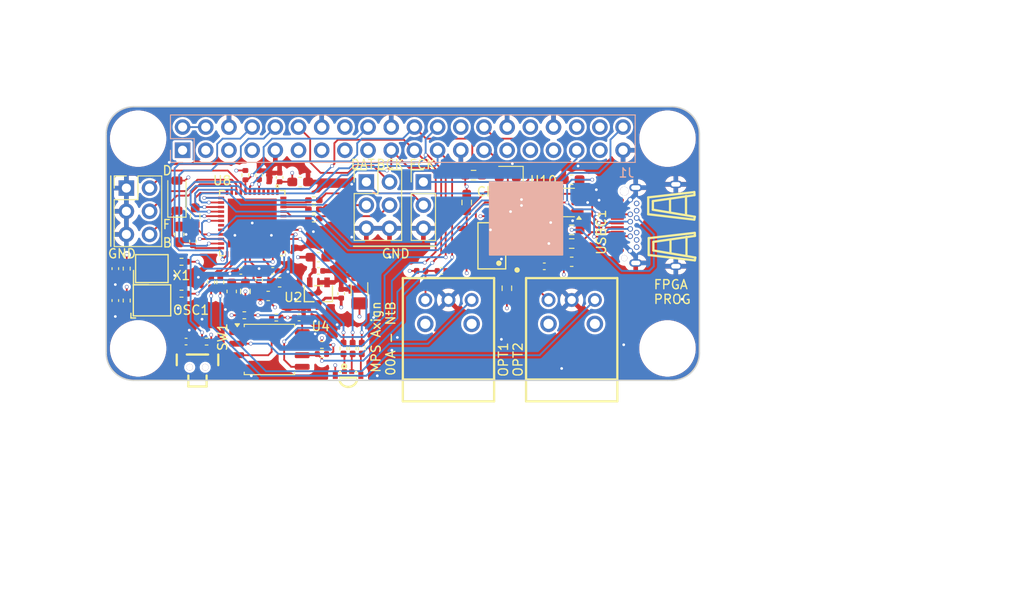
<source format=kicad_pcb>
(kicad_pcb (version 20241229) (generator "pcbnew") (generator_version "9.0")
  (title_block (title "Raspberry Pi Zero (W) uHAT Template Board") (date "2019-02-28") (rev "1.0") (comment 1 "This PCB design is licensed under MIT Open Source License."))
  (layers (0 "F.Cu" signal) (4 "In1.Cu" signal) (6 "In2.Cu" signal) (2 "B.Cu" signal) (13 "F.Paste" user) (15 "B.Paste" user) (5 "F.SilkS" user "F.Silkscreen") (7 "B.SilkS" user "B.Silkscreen") (1 "F.Mask" user) (3 "B.Mask" user) (25 "Edge.Cuts" user))
  (net 0 "")
  (net 1 "+3V3")
  (net 2 "+5V")
  (net 3 "+1V2")
  (net 4 "Net-(U1-VCC)")
  (net 5 "GND")
  (net 6 "/GPIO4_GPIO_GCLK")
  (net 7 "Net-(U6-VCC)")
  (net 8 "Net-(D1-K)")
  (net 9 "/GPIO17_GEN0")
  (net 10 "Net-(U8-VCCPLL)")
  (net 11 "/GPIO27_GEN2")
  (net 12 "/GPIO22_GEN3")
  (net 13 "/GPIO23_GEN4")
  (net 14 "/USER_SW")
  (net 15 "Net-(U10-VBUS)")
  (net 16 "/CDONE")
  (net 17 "/SPI_SS")
  (net 18 "/GPIO7_SPI_CE1_N")
  (net 19 "/ID_SD")
  (net 20 "/ID_SC")
  (net 21 "/GPIO5")
  (net 22 "/GPIO6")
  (net 23 "/GPIO12")
  (net 24 "/GPIO13")
  (net 25 "/UART_TX")
  (net 26 "/GPIO16")
  (net 27 "/GPIO26")
  (net 28 "/PCM_FCLK")
  (net 29 "/SPI_MISO")
  (net 30 "/PCM_BCLK")
  (net 31 "/CRESET")
  (net 32 "/UART_RX")
  (net 33 "/SDA")
  (net 34 "/SCL")
  (net 35 "/PCM_DIN")
  (net 36 "/SPI_MOSI")
  (net 37 "/SPI_SCK")
  (net 38 "/PCM_DOUT")
  (net 39 "/RGB2")
  (net 40 "/RGB0")
  (net 41 "/RGB1")
  (net 42 "Net-(OSC1-OUT)")
  (net 43 "Net-(OSC1-Tri-state)")
  (net 44 "/CLK_24.576MHZ")
  (net 45 "Net-(X1-OUT)")
  (net 46 "/DP")
  (net 47 "/D+")
  (net 48 "/D-")
  (net 49 "Net-(X1-OE{slash}NC)")
  (net 50 "Net-(U4-IO2)")
  (net 51 "Net-(U4-IO3)")
  (net 52 "/CLK_12MHZ")
  (net 53 "Net-(U8-IOB_2a)")
  (net 54 "Net-(U8-IOB_3b_G6)")
  (net 55 "Net-(U8-IOB_0a)")
  (net 56 "Net-(U8-IOT_38b)")
  (net 57 "/OPT1")
  (net 58 "Net-(U8-IOT_39a)")
  (net 59 "/OPT2")
  (net 60 "Net-(U8-IOB_22a)")
  (net 61 "Net-(USBC1-CC1)")
  (net 62 "Net-(USBC1-CC2)")
  (net 70 "Net-(J4-Pin_2)")
  (net 71 "Net-(J4-Pin_6)")
  (net 72 "/DN")
  (net 74 "Net-(J4-Pin_4)")
  (net 76 "/FPGA_FCLK")
  (net 79 "/FPGA_DOUT")
  (net 93 "/FPGA_BCLK")
  (net 98 "Net-(LED2---Pad1)")
  (net 99 "Net-(LED2---Pad3)")
  (net 100 "Net-(LED2---Pad4)")
  (footprint "lib:MountingHole_2.7mm_M2.5_uHAT_RPi" (layer "F.Cu") (at 121.032 94.568)
    (property "Reference" "H1" (hide yes))
    (property "Value" "MountingHole" (hide yes))
  )
  (footprint "lib:MountingHole_2.7mm_M2.5_uHAT_RPi" (layer "F.Cu") (at 179.032 94.568)
    (property "Reference" "H2" (hide yes))
    (property "Value" "MountingHole" (hide yes))
  )
  (footprint "lib:MountingHole_2.7mm_M2.5_uHAT_RPi" (layer "F.Cu") (at 179.032 117.568)
    (property "Reference" "H3" (hide yes))
    (property "Value" "MountingHole" (hide yes))
  )
  (footprint "lib:MountingHole_2.7mm_M2.5_uHAT_RPi" (layer "F.Cu") (at 121.032 117.568)
    (property "Reference" "H4" (hide yes))
    (property "Value" "MountingHole" (hide yes))
  )
  (footprint "Resistor_SMD:R_0402_1005Metric" (layer "F.Cu") (at 136.167 114.183 180)
    (property "Reference" "R7" (hide yes))
    (property "Value" "10k")
  )
  (footprint "Resistor_SMD:R_0402_1005Metric_Pad0.72x0.64mm_HandSolder" (layer "F.Cu") (at 143.532 117.568 -90)
    (property "Reference" "R18" (hide yes))
    (property "Value" "1k")
  )
  (footprint "Capacitor_SMD:C_0402_1005Metric" (layer "F.Cu") (at 134.282 98.568 90)
    (property "Reference" "C19" (hide yes))
    (property "Value" "100n")
  )
  (footprint "Connector_PinHeader_2.54mm:PinHeader_2x03_P2.54mm_Vertical" (layer "F.Cu") (at 146.032 99.318)
    (property "Reference" "J2" (hide yes))
    (property "Value" "Conn_02x03_Odd_Even")
  )
  (footprint "Connector_PinHeader_2.54mm:PinHeader_1x03_P2.54mm_Vertical" (layer "F.Cu") (at 152.282 99.318)
    (property "Reference" "J3" (hide yes))
    (property "Value" "Conn_01x03_Pin")
  )
  (footprint "Locrius_KiCad:OPTO-TH_PLR237-T10BK" (layer "F.Cu") (at 168.532 113.568)
    (property "Reference" "U6" (hide yes))
    (property "Value" "PLR237/T10BK")
  )
  (footprint "Capacitor_SMD:C_0603_1608Metric_Pad1.08x0.95mm_HandSolder" (layer "F.Cu") (at 135.282 111.818)
    (property "Reference" "C47" (hide yes))
    (property "Value" "4u7F")
  )
  (footprint "Resistor_SMD:R_0603_1608Metric_Pad0.98x0.95mm_HandSolder" (layer "F.Cu") (at 157.032 101.568 90)
    (property "Reference" "R44" (hide yes))
    (property "Value" "3k9")
  )
  (footprint "LED_SMD:LED_0805_2012Metric" (layer "F.Cu") (at 161.532 98.568 180)
    (property "Reference" "D6" (hide yes))
    (property "Value" "C2290")
  )
  (footprint "Resistor_SMD:R_0402_1005Metric" (layer "F.Cu") (at 141.167 118.183 180)
    (property "Reference" "R6" (hide yes))
    (property "Value" "10k")
  )
  (footprint "Capacitor_SMD:C_0402_1005Metric" (layer "F.Cu") (at 165.532 108.568)
    (property "Reference" "C13" (hide yes))
    (property "Value" "100n")
  )
  (footprint "Capacitor_SMD:C_0402_1005Metric" (layer "F.Cu") (at 140.782 109.068)
    (property "Reference" "C10" (hide yes))
    (property "Value" "100n")
  )
  (footprint "Locrius_KiCad:USB-C-SMD_C67380" (layer "F.Cu") (at 176.737 104.068 90)
    (property "Reference" "USBC1")
    (property "Value" "FUC-24F11-SNLB1")
  )
  (footprint "Capacitor_SMD:C_0402_1005Metric" (layer "F.Cu") (at 143.282 111.568 90)
    (property "Reference" "C9" (hide yes))
    (property "Value" "100n")
  )
  (footprint "Resistor_SMD:R_0402_1005Metric_Pad0.72x0.64mm_HandSolder" (layer "F.Cu") (at 144.532 117.568 -90)
    (property "Reference" "R20" (hide yes))
    (property "Value" "1k")
  )
  (footprint "Resistor_SMD:R_0402_1005Metric_Pad0.72x0.64mm_HandSolder" (layer "F.Cu") (at 129.032 110.318 -90)
    (property "Reference" "R16" (hide yes))
    (property "Value" "27R")
  )
  (footprint "Locrius_KiCad:OPTO-TH_PLR237-T10BK" (layer "F.Cu") (at 155.032 113.568)
    (property "Reference" "U1" (hide yes))
    (property "Value" "PLR237/T10BK")
  )
  (footprint "Locrius_KiCad:SOT-23-3_L2.9-W1.6-P1.90-LS2.8-BR" (layer "F.Cu") (at 140.782 111.568 90)
    (property "Reference" "U2")
    (property "Value" "LR8103A-T12")
  )
  (footprint "Resistor_SMD:R_0402_1005Metric_Pad0.72x0.64mm_HandSolder" (layer "F.Cu") (at 140.282 103.318)
    (property "Reference" "R13" (hide yes))
    (property "Value" "27R")
  )
  (footprint "Resistor_SMD:R_0603_1608Metric_Pad0.98x0.95mm_HandSolder" (layer "F.Cu") (at 161.432 110.968 -90)
    (property "Reference" "R43" (hide yes))
    (property "Value" "3k9")
  )
  (footprint "Capacitor_SMD:C_0603_1608Metric_Pad1.08x0.95mm_HandSolder" (layer "F.Cu") (at 138.782 99.318)
    (property "Reference" "C49" (hide yes))
    (property "Value" "4u7F")
  )
  (footprint "Locrius_KiCad:SW-SMD_TS24CA" (layer "F.Cu") (at 127.532 119.318 180)
    (property "Reference" "SW1")
    (property "Value" "TS24CA")
  )
  (footprint "Inductor_SMD:L_0402_1005Metric" (layer "F.Cu") (at 165.532 107.318 180)
    (property "Reference" "FB2" (hide yes))
    (property "Value" "BLM15H")
  )
  (footprint "Locrius_KiCad:SOIC-8_L4.9-W3.9-P1.27-LS6.0-BL" (layer "F.Cu") (at 159.782 106.318 90)
    (property "Reference" "U5")
    (property "Value" "24LC256T-I/SN")
  )
  (footprint "Capacitor_SMD:C_0402_1005Metric" (layer "F.Cu") (at 118.532 112.318 -90)
    (property "Reference" "C11" (hide yes))
    (property "Value" "100n")
  )
  (footprint "Resistor_SMD:R_0603_1608Metric_Pad0.98x0.95mm_HandSolder" (layer "F.Cu") (at 157.782 98.568 180)
    (property "Reference" "R24" (hide yes))
    (property "Value" "2k2")
  )
  (footprint "Resistor_SMD:R_0603_1608Metric_Pad0.98x0.95mm_HandSolder" (layer "F.Cu") (at 168.532 106.068)
    (property "Reference" "R57" (hide yes))
    (property "Value" "5k1")
  )
  (footprint "Diode_SMD:D_SOD-123" (layer "F.Cu") (at 125.282 100.818 90)
    (property "Reference" "D1" (hide yes))
    (property "Value" "1N4148W")
  )
  (footprint "Capacitor_SMD:C_0402_1005Metric" (layer "F.Cu") (at 118.532 108.818 -90)
    (property "Reference" "C14" (hide yes))
    (property "Value" "100n")
  )
  (footprint "Capacitor_SMD:C_0603_1608Metric_Pad1.08x0.95mm_HandSolder" (layer "F.Cu") (at 125.532 105.068 90)
    (property "Reference" "C51" (hide yes))
    (property "Value" "4u7F")
  )
  (footprint "Resistor_SMD:R_0402_1005Metric_Pad0.72x0.64mm_HandSolder" (layer "F.Cu") (at 140.282 101.318)
    (property "Reference" "R12" (hide yes))
    (property "Value" "27R")
  )
  (footprint "Resistor_SMD:R_0402_1005Metric_Pad0.72x0.64mm_HandSolder" (layer "F.Cu") (at 164.532 100.568 180)
    (property "Reference" "R4" (hide yes))
    (property "Value" "68R")
  )
  (footprint "Package_SO:SOIC-8_5.3x5.3mm_P1.27mm" (layer "F.Cu") (at 135.417 117.683)
    (property "Reference" "U4")
    (property "Value" "W25Q32JVSSIQ")
  )
  (footprint "Resistor_SMD:R_0402_1005Metric_Pad0.72x0.64mm_HandSolder" (layer "F.Cu") (at 125.782 111.568)
    (property "Reference" "R11" (hide yes))
    (property "Value" "27R")
  )
  (footprint "Capacitor_SMD:C_0402_1005Metric" (layer "F.Cu") (at 136.532 98.818 90)
    (property "Reference" "C21" (hide yes))
    (property "Value" "100n")
  )
  (footprint "Capacitor_SMD:C_0603_1608Metric_Pad1.08x0.95mm_HandSolder" (layer "F.Cu") (at 168.532 99.068 180)
    (property "Reference" "C44" (hide yes))
    (property "Value" "4u7F")
  )
  (footprint "Resistor_SMD:R_0402_1005Metric" (layer "F.Cu") (at 141.167 117.183 180)
    (property "Reference" "R8" (hide yes))
    (property "Value" "10k")
  )
  (footprint "Resistor_SMD:R_0402_1005Metric" (layer "F.Cu") (at 132.782 98.568 -90)
    (property "Reference" "R9" (hide yes))
    (property "Value" "10k")
  )
  (footprint "Resistor_SMD:R_0402_1005Metric_Pad0.72x0.64mm_HandSolder" (layer "F.Cu") (at 125.782 108.068)
    (property "Reference" "R2" (hide yes))
    (property "Value" "27R")
  )
  (footprint "Resistor_SMD:R_0603_1608Metric_Pad0.98x0.95mm_HandSolder" (layer "F.Cu") (at 127.282 103.068 -90)
    (property "Reference" "R25" (hide yes))
    (property "Value" "1k5")
  )
  (footprint "Locrius_KiCad:OSC-SMD_4P-L3.2-W2.5-BL" (layer "F.Cu") (at 122.532 112.318)
    (property "Reference" "OSC1")
    (property "Value" "OT2EL89CJI-111YLC-12M")
  )
  (footprint "Resistor_SMD:R_0402_1005Metric_Pad0.72x0.64mm_HandSolder" (layer "F.Cu") (at 119.782 112.318 90)
    (property "Reference" "R10" (hide yes))
    (property "Value" "27R")
  )
  (footprint "Capacitor_SMD:C_0603_1608Metric_Pad1.08x0.95mm_HandSolder" (layer "F.Cu") (at 136.532 110.318)
    (property "Reference" "C48" (hide yes))
    (property "Value" "4u7F")
  )
  (footprint "Locrius_KiCad:QFN-48_L7.0-W7.0-P0.50-TL-EP5.4-1" (layer "F.Cu") (at 133.532 103.818 -90)
    (property "Reference" "U8")
    (property "Value" "ICE40UP5K-SG48I")
  )
  (footprint "Locrius_KiCad:LED-ARRAY-SMD_MHS110RGBCT" (layer "F.Cu") (at 144.032 120.318 180)
    (property "Reference" "LED2" (hide yes))
    (property "Value" "MHS110RGBCT")
  )
  (footprint "Package_TO_SOT_SMD:SOT-23-6" (layer "F.Cu") (at 168.032 101.568 180)
    (property "Reference" "U10")
    (property "Value" "USBLC6-2SC6")
  )
  (footprint "Capacitor_SMD:C_0402_1005Metric" (layer "F.Cu") (at 154.282 109.068)
    (property "Reference" "C12" (hide yes))
    (property "Value" "100n")
  )
  (footprint "Resistor_SMD:R_0402_1005Metric" (layer "F.Cu") (at 132.667 113.933)
    (property "Reference" "R1" (hide yes))
    (property "Value" "10k")
  )
  (footprint "Capacitor_SMD:C_1206_3216Metric_Pad1.33x1.80mm_HandSolder" (layer "F.Cu") (at 145.282 111.068 90)
    (property "Reference" "C2" (hide yes))
    (property "Value" "22uF")
  )
  (footprint "Resistor_SMD:R_0603_1608Metric_Pad0.98x0.95mm_HandSolder" (layer "F.Cu") (at 168.532 104.568 180)
    (property "Reference" "R58" (hide yes))
    (property "Value" "5k1")
  )
  (footprint "Inductor_SMD:L_0402_1005Metric" (layer "F.Cu") (at 152.032 109.068)
    (property "Reference" "FB1" (hide yes))
    (property "Value" "BLM15H")
  )
  (footprint "Capacitor_SMD:C_0603_1608Metric_Pad1.08x0.95mm_HandSolder" (layer "F.Cu") (at 140.782 107.568)
    (property "Reference" "C46" (hide yes))
    (property "Value" "4u7F")
  )
  (footprint "Capacitor_SMD:C_0603_1608Metric_Pad1.08x0.95mm_HandSolder" (layer "F.Cu") (at 131.282 111.318 -90)
    (property "Reference" "C50" (hide yes))
    (property "Value" "4u7F")
  )
  (footprint "Capacitor_SMD:C_0402_1005Metric" (layer "F.Cu") (at 132.282 109.068 180)
    (property "Reference" "C17" (hide yes))
    (property "Value" "100n")
  )
  (footprint "Capacitor_SMD:C_0603_1608Metric_Pad1.08x0.95mm_HandSolder" (layer "F.Cu") (at 168.532 108.068)
    (property "Reference" "C45" (hide yes))
    (property "Value" "4u7F")
  )
  (footprint "Capacitor_SMD:C_0402_1005Metric" (layer "F.Cu") (at 134.282 110.068 90)
    (property "Reference" "C18" (hide yes))
    (property "Value" "100n")
  )
  (footprint "Resistor_SMD:R_0402_1005Metric_Pad0.72x0.64mm_HandSolder" (layer "F.Cu") (at 140.282 102.318)
    (property "Reference" "R14" (hide yes))
    (property "Value" "27R")
  )
  (footprint "Capacitor_SMD:C_0402_1005Metric" (layer "F.Cu") (at 127.032 105.818 90)
    (property "Reference" "C16" (hide yes))
    (property "Value" "100n")
  )
  (footprint "Resistor_SMD:R_0603_1608Metric_Pad0.98x0.95mm_HandSolder" (layer "F.Cu") (at 132.782 111.318 90)
    (property "Reference" "R45" (hide yes))
    (property "Value" "100")
  )
  (footprint "Capacitor_SMD:C_0402_1005Metric" (layer "F.Cu") (at 138.667 114.183)
    (property "Reference" "C15" (hide yes))
    (property "Value" "100n")
  )
  (footprint "Capacitor_SMD:C_0402_1005Metric" (layer "F.Cu") (at 135.782 109.068)
    (property "Reference" "C20" (hide yes))
    (property "Value" "100n")
  )
  (footprint "Resistor_SMD:R_0402_1005Metric_Pad0.72x0.64mm_HandSolder" (layer "F.Cu") (at 145.532 117.568 -90)
    (property "Reference" "R19" (hide yes))
    (property "Value" "1k")
  )
  (footprint "Capacitor_SMD:C_0402_1005Metric" (layer "F.Cu") (at 126.282 116.818 180)
    (property "Reference" "C22" (hide yes))
    (property "Value" "100n")
  )
  (footprint "Resistor_SMD:R_0402_1005Metric_Pad0.72x0.64mm_HandSolder" (layer "F.Cu") (at 130.032 110.318 -90)
    (property "Reference" "R15" (hide yes))
    (property "Value" "27R")
  )
  (footprint "Capacitor_SMD:C_0402_1005Metric" (layer "F.Cu") (at 159.782 103.068 180)
    (property "Reference" "C8" (hide yes))
    (property "Value" "100n")
  )
  (footprint "Locrius_KiCad:Raspberry Pi Zero 2 W" (layer "F.Cu") (at 150.032 106.068)
    (property "Reference" "REF**" (hide yes))
    (property "Value" "Raspberry Pi Zero 2 W")
  )
  (footprint "Resistor_SMD:R_0402_1005Metric" (layer "F.Cu") (at 128.532 116.818 180)
    (property "Reference" "R17" (hide yes))
    (property "Value" "10k")
  )
  (footprint "Resistor_SMD:R_0402_1005Metric_Pad0.72x0.64mm_HandSolder" (layer "F.Cu") (at 164.532 102.568 180)
    (property "Reference" "R3" (hide yes))
    (property "Value" "68R")
  )
  (footprint "Resistor_SMD:R_0402_1005Metric_Pad0.72x0.64mm_HandSolder" (layer "F.Cu") (at 119.782 108.818 90)
    (property "Reference" "R5" (hide yes))
    (property "Value" "27R")
  )
  (footprint "Locrius_KiCad:OSC-SMD_4P-L2.5-W2.0-BL" (layer "F.Cu") (at 122.532 108.818)
    (property "Reference" "X1")
    (property "Value" "1651-24575-BTBEYA")
  )
  (footprint "Connector_PinHeader_2.54mm:PinHeader_2x03_P2.54mm_Vertical" (layer "F.Cu") (at 119.742 99.988)
    (property "Reference" "J4" (hide yes))
    (property "Value" "Conn_02x03_Odd_Even")
  )
  (footprint "lib:PinSocket_2x20_P2.54mm_Vertical_Centered_Anchor" (layer "B.Cu") (at 150.032 94.568 -90)
    (property "Reference" "J1")
    (property "Value" "GPIO_CONNECTOR")
  )
  (gr_line (start 118.032 98.658) (end 118.032 106.368) (stroke (width 0.15)) (layer "F.SilkS"))
  (gr_line (start 144.632 106.368) (end 153.632 106.368) (stroke (width 0.15)) (layer "F.SilkS"))
  (gr_rect (start 159.532 99.318) (end 167.532 107.318) (stroke (width 0.15)) (fill yes) (layer "B.SilkS"))
  (gr_line (start 121.032 121.068) (end 179.032 121.068) (stroke (width 0.15)) (layer "Edge.Cuts"))
  (gr_arc (start 179.532 91.068) (mid 181.65332 91.94668) (end 182.532 94.068) (stroke (width 0.15)) (layer "Edge.Cuts"))
  (gr_arc (start 182.532 118.068) (mid 181.65332 120.18932) (end 179.532 121.068) (stroke (width 0.15)) (layer "Edge.Cuts"))
  (gr_arc (start 120.532 121.068) (mid 118.41068 120.18932) (end 117.532 118.068) (stroke (width 0.15)) (layer "Edge.Cuts"))
  (gr_arc (start 117.532 94.068) (mid 118.41068 91.94668) (end 120.532 91.068) (stroke (width 0.15)) (layer "Edge.Cuts"))
  (gr_line (start 117.532 118.068) (end 117.532 94.068) (stroke (width 0.15)) (layer "Edge.Cuts"))
  (gr_line (start 120.532 91.068) (end 179.532 91.068) (stroke (width 0.15)) (layer "Edge.Cuts"))
  (gr_line (start 182.532 94.068) (end 182.532 118.068) (stroke (width 0.15)) (layer "Edge.Cuts"))
  (gr_line (start 179.032 121.068) (end 179.532 121.068) (stroke (width 0.15)) (layer "Edge.Cuts"))
  (gr_line (start 121.032 121.068) (end 120.532 121.068) (stroke (width 0.15)) (layer "Edge.Cuts"))
  (gr_text "B" (at 123.632 106.568 0) (layer "F.SilkS") (effects (font (size 1 1)) (justify left bottom)))
  (gr_text "FCK\n" (at 150.632 97.988 0) (layer "F.SilkS") (effects (font (size 1 1)) (justify left bottom)))
  (gr_text "FPGA \nPROG" (at 177.432 112.768 0) (layer "F.SilkS") (effects (font (size 1 1)) (justify left bottom)))
  (gr_text "D" (at 123.612 98.658 0) (layer "F.SilkS") (effects (font (size 1 1)) (justify left bottom)))
  (gr_text "BCK\n" (at 147.032 97.968 0) (layer "F.SilkS") (effects (font (size 1 1)) (justify left bottom)))
  (gr_text "F" (at 123.632 104.568 0) (layer "F.SilkS") (effects (font (size 1 1)) (justify left bottom)))
  (gr_text "OPT2\n" (at 163.232 120.768 90) (layer "F.SilkS") (effects (font (size 1 1)) (justify left bottom)))
  (gr_text "MPS Axign\n00A - NtB" (at 149.282 112.318 90) (layer "F.SilkS") (effects (font (size 1 1)) (justify right bottom)))
  (gr_text "GND\n" (at 147.632 107.768 0) (layer "F.SilkS") (effects (font (size 1 1)) (justify left bottom)))
  (gr_text "OPT1\n" (at 161.632 120.768 90) (layer "F.SilkS") (effects (font (size 1 1)) (justify left bottom)))
  (gr_text "DAT" (at 144.232 97.968 0) (layer "F.SilkS") (effects (font (size 1 1)) (justify left bottom)))
  (gr_text "GND" (at 117.632 107.768 0) (layer "F.SilkS") (effects (font (size 1 1)) (justify left bottom)))
  (gr_text "CDONE" (at 158.032 100.968 0) (layer "F.SilkS") (effects (font (size 1 1)) (justify left bottom)))
  (segment (start 119.6645 108.338) (end 119.782 108.2205) (width 0.2) (layer "F.Cu") (net 1))
  (segment (start 157.012 108.228) (end 157.012 109.298) (width 0.2) (layer "F.Cu") (net 1))
  (segment (start 132.782 98.058) (end 131.792 98.058) (width 0.2) (layer "F.Cu") (net 1))
  (segment (start 141.542 112.048) (end 140.782 112.808) (width 0.3) (layer "F.Cu") (net 1))
  (segment (start 119.782 111.7205) (end 121.1495 111.7205) (width 0.2) (layer "F.Cu") (net 1))
  (segment (start 119.782 111.7205) (end 119.782 110.818) (width 0.2) (layer "F.Cu") (net 1))
  (segment (start 129.042 116.818) (end 129.042 116.078) (width 0.2) (layer "F.Cu") (net 1))
  (segment (start 134.782 107.818) (end 135.302 108.338) (width 0.2) (layer "F.Cu") (net 1))
  (segment (start 119.782 108.2205) (end 119.782 107.318) (width 0.2) (layer "F.Cu") (net 1))
  (segment (start 118.532 108.338) (end 119.6645 108.338) (width 0.2) (layer "F.Cu") (net 1))
  (segment (start 138.187 114.183) (end 139.0045 115.0005) (width 0.2) (layer "F.Cu") (net 1))
  (segment (start 141.677 118.183) (end 142.167 118.183) (width 0.2) (layer "F.Cu") (net 1))
  (segment (start 142.632 120.518) (end 142.632 119.4156) (width 0.2) (layer "F.Cu") (net 1))
  (segment (start 121.1495 111.7205) (end 121.432 111.438) (width 0.2) (layer "F.Cu") (net 1))
  (segment (start 157.012 109.298) (end 157.032 109.318) (width 0.2) (layer "F.Cu") (net 1))
  (segment (start 142.632 119.4156) (end 142.626949 119.410549) (width 0.2) (layer "F.Cu") (net 1))
  (segment (start 161.432 111.8805) (end 161.432 113.168) (width 0.2) (layer "F.Cu") (net 1))
  (segment (start 135.302 108.338) (end 135.302 109.068) (width 0.2) (layer "F.Cu") (net 1))
  (segment (start 156.8695 99.6555) (end 157.032 99.818) (width 0.2) (layer "F.Cu") (net 1))
  (segment (start 159.302 103.068) (end 158.532 103.068) (width 0.2) (layer "F.Cu") (net 1))
  (segment (start 135.302 109.9505) (end 135.6695 110.318) (width 0.2) (layer "F.Cu") (net 1))
  (segment (start 136.282 99.548) (end 136.532 99.298) (width 0.2) (layer "F.Cu") (net 1))
  (segment (start 166.017 107.318) (end 166.017 106.083) (width 0.2) (layer "F.Cu") (net 1))
  (segment (start 166.017 106.083) (end 166.032 106.068) (width 0.2) (layer "F.Cu") (net 1))
  (segment (start 126.182 99.168) (end 126.532 98.818) (width 0.2) (layer "F.Cu") (net 1))
  (segment (start 145.282 112.6305) (end 145.282 114.068) (width 0.2) (layer "F.Cu") (net 1))
  (segment (start 142.167 118.183) (end 142.307 118.043) (width 0.2) (layer "F.Cu") (net 1))
  (segment (start 167.6695 109.469902) (end 167.676092 109.476494) (width 0.2) (layer "F.Cu") (net 1))
  (segment (start 136.532 99.298) (end 137.8995 99.298) (width 0.2) (layer "F.Cu") (net 1))
  (segment (start 135.282 112.318) (end 135.282 110.7055) (width 0.2) (layer "F.Cu") (net 1))
  (segment (start 132.157 113.933) (end 131.281206 113.933) (width 0.2) (layer "F.Cu") (net 1))
  (segment (start 142.417 117.183) (end 142.417 117.933) (width 0.2) (layer "F.Cu") (net 1))
  (segment (start 143.282 113.068) (end 143.282 112.048) (width 0.3) (layer "F.Cu") (net 1))
  (segment (start 137.8995 99.298) (end 137.9195 99.318) (width 0.2) (layer "F.Cu") (net 1))
  (segment (start 119.6645 111.838) (end 119.782 111.7205) (width 0.2) (layer "F.Cu") (net 1))
  (segment (start 167.6695 108.318) (end 167.6695 109.469902) (width 0.2) (layer "F.Cu") (net 1))
  (segment (start 136.032 113.068) (end 135.282 112.318) (width 0.2) (layer "F.Cu") (net 1))
  (segment (start 143.282 112.048) (end 141.542 112.048) (width 0.3) (layer "F.Cu") (net 1))
  (segment (start 139.0045 115.0005) (end 139.0045 115.778) (width 0.2) (layer "F.Cu") (net 1))
  (segment (start 131.281206 113.933) (end 131.269566 113.92136) (width 0.2) (layer "F.Cu") (net 1))
  (segment (start 141.677 117.183) (end 142.417 117.183) (width 0.2) (layer "F.Cu") (net 1))
  (segment (start 137.9195 98.332541) (end 137.910792 98.323833) (width 0.2) (layer "F.Cu") (net 1))
  (segment (start 130.122 105.568) (end 127.782 105.568) (width 0.2) (layer "F.Cu") (net 1))
  (segment (start 137.417 114.183) (end 138.187 114.183) (width 0.2) (layer "F.Cu") (net 1))
  (segment (start 118.532 111.838) (end 119.6645 111.838) (width 0.2) (layer "F.Cu") (net 1))
  (segment (start 142.417 117.933) (end 142.307 118.043) (width 0.2) (layer "F.Cu") (net 1))
  (segment (start 129.042 116.078) (end 129.032 116.068) (width 0.2) (layer "F.Cu") (net 1))
  (segment (start 136.282 100.408) (end 136.282 99.548) (width 0.2) (layer "F.Cu") (net 1))
  (segment (start 121.4295 108.2205) (end 121.582 108.068) (width 0.2) (layer "F.Cu") (net 1))
  (segment (start 125.282 99.168) (end 126.182 99.168) (width 0.2) (layer "F.Cu") (net 1))
  (segment (start 151.547 109.068) (end 150.782 109.068) (width 0.2) (layer "F.Cu") (net 1))
  (segment (start 134.782 107.228) (end 134.782 107.818) (width 0.2) (layer "F.Cu") (net 1))
  (segment (start 136.677 114.183) (end 137.417 114.183) (width 0.2) (layer "F.Cu") (net 1))
  (segment (start 157.032 100.6555) (end 157.032 99.818) (width 0.2) (layer "F.Cu") (net 1))
  (segment (start 137.9195 99.318) (end 137.9195 98.332541) (width 0.2) (layer "F.Cu") (net 1))
  (segment (start 119.782 108.2205) (end 121.4295 108.2205) (width 0.2) (layer "F.Cu") (net 1))
  (segment (start 135.302 109.068) (end 135.302 109.9505) (width 0.2) (layer "F.Cu") (net 1))
  (segment (start 131.792 98.058) (end 131.782 98.068) (width 0.2) (layer "F.Cu") (net 1))
  (segment (start 156.8695 98.568) (end 156.8695 99.6555) (width 0.2) (layer "F.Cu") (net 1))
  (segment (start 135.282 110.7055) (end 135.6695 110.318) (width 0.2) (layer "F.Cu") (net 1))
  (via (at 145.282 114.068) (size 0.4) (drill 0.3) (layers "F.Cu" "B.Cu") (net 1))
  (via (at 166.032 106.068) (size 0.4) (drill 0.3) (layers "F.Cu" "B.Cu") (net 1))
  (via (at 157.032 99.818) (size 0.4) (drill 0.3) (layers "F.Cu" "B.Cu") (net 1))
  (via (at 142.417 117.183) (size 0.4) (drill 0.3) (layers "F.Cu" "B.Cu") (net 1))
  (via (at 136.032 113.068) (size 0.4) (drill 0.3) (layers "F.Cu" "B.Cu") (net 1))
  (via (at 131.269566 113.92136) (size 0.4) (drill 0.3) (layers "F.Cu" "B.Cu") (net 1))
  (via (at 137.910792 98.323833) (size 0.4) (drill 0.3) (layers "F.Cu" "B.Cu") (net 1))
  (via (at 127.782 105.568) (size 0.4) (drill 0.3) (layers "F.Cu" "B.Cu") (net 1))
  (via (at 131.782 98.068) (size 0.4) (drill 0.3) (layers "F.Cu" "B.Cu") (net 1))
  (via (at 129.032 116.068) (size 0.4) (drill 0.3) (layers "F.Cu" "B.Cu") (net 1))
  (via (at 143.282 113.068) (size 0.4) (drill 0.3) (layers "F.Cu" "B.Cu") (net 1))
  (via (at 142.626949 119.410549) (size 0.4) (drill 0.3) (layers "F.Cu" "B.Cu") (net 1))
  (via (at 158.532 103.068) (size 0.4) (drill 0.3) (layers "F.Cu" "B.Cu") (net 1))
  (via (at 161.432 113.168) (size 0.4) (drill 0.3) (layers "F.Cu" "B.Cu") (net 1))
  (via (at 150.782 109.068) (size 0.4) (drill 0.3) (layers "F.Cu" "B.Cu") (net 1))
  (via (at 167.676092 109.476494) (size 0.4) (drill 0.3) (layers "F.Cu" "B.Cu") (net 1))
  (via (at 119.782 107.318) (size 0.4) (drill 0.3) (layers "F.Cu" "B.Cu") (net 1))
  (via (at 157.032 109.318) (size 0.4) (drill 0.3) (layers "F.Cu" "B.Cu") (net 1))
  (via (at 137.417 114.183) (size 0.4) (drill 0.3) (layers "F.Cu" "B.Cu") (net 1))
  (via (at 119.782 110.818) (size 0.4) (drill 0.3) (layers "F.Cu" "B.Cu") (net 1))
  (via (at 126.532 98.818) (size 0.4) (drill 0.3) (layers "F.Cu" "B.Cu") (net 1))
  (segment (start 125.902 93.298) (end 128.442 93.298) (width 0.2) (layer "B.Cu") (net 2))
  (segment (start 133.282 107.228) (end 133.282 108.04) (width 0.2) (layer "F.Cu") (net 3))
  (segment (start 140.302 109.068) (end 140.302 107.9505) (width 0.3) (layer "F.Cu") (net 3))
  (segment (start 133.671 109.937) (end 134.282 110.548) (width 0.2) (layer "F.Cu") (net 3))
  (segment (start 133.282 108.04) (end 133.671 108.429) (width 0.2) (layer "F.Cu") (net 3))
  (segment (start 138.532 107.568) (end 139.9195 107.568) (width 0.3) (layer "F.Cu") (net 3))
  (segment (start 133.671 108.429) (end 133.671 109.937) (width 0.2) (layer "F.Cu") (net 3))
  (segment (start 132.782 112.2305) (end 132.782 111.318) (width 0.2) (layer "F.Cu") (net 3))
  (segment (start 134.282 111.6805) (end 134.4195 111.818) (width 0.2) (layer "F.Cu") (net 3))
  (segment (start 134.282 99.568) (end 134.282 99.048) (width 0.2) (layer "F.Cu") (net 3))
  (segment (start 140.302 107.9505) (end 139.9195 107.568) (width 0.3) (layer "F.Cu") (net 3))
  (segment (start 139.832 110.328) (end 139.832 109.538) (width 0.3) (layer "F.Cu") (net 3))
  (segment (start 134.4195 111.818) (end 134.4195 112.55934) (width 0.2) (layer "F.Cu") (net 3))
  (segment (start 134.282 110.548) (end 134.282 111.6805) (width 0.2) (layer "F.Cu") (net 3))
  (segment (start 139.832 109.538) (end 140.302 109.068) (width 0.3) (layer "F.Cu") (net 3))
  (segment (start 134.4195 112.55934) (end 134.425717 112.565557) (width 0.2) (layer "F.Cu") (net 3))
  (segment (start 134.282 100.408) (end 134.282 99.568) (width 0.2) (layer "F.Cu") (net 3))
  (via (at 138.532 107.568) (size 0.4) (drill 0.3) (layers "F.Cu" "B.Cu") (net 3))
  (via (at 132.782 111.318) (size 0.4) (drill 0.3) (layers "F.Cu" "B.Cu") (net 3))
  (via (at 134.282 99.568) (size 0.4) (drill 0.3) (layers "F.Cu" "B.Cu") (net 3))
  (via (at 134.425717 112.565557) (size 0.4) (drill 0.3) (layers "F.Cu" "B.Cu") (net 3))
  (segment (start 152.517 112.233) (end 152.492 112.258) (width 0.2) (layer "F.Cu") (net 4))
  (segment (start 153.802 109.068) (end 152.517 109.068) (width 0.2) (layer "F.Cu") (net 4))
  (segment (start 152.517 109.068) (end 152.517 112.233) (width 0.2) (layer "F.Cu") (net 4))
  (segment (start 125.412 120.288) (end 125.412 118.758) (width 0.25) (layer "F.Cu") (net 5))
  (segment (start 169.1695 101.568) (end 170.282 101.568) (width 0.2) (layer "F.Cu") (net 5))
  (segment (start 131.391608 109.068) (end 131.086804 109.372804) (width 0.2) (layer "F.Cu") (net 5))
  (segment (start 134.282 109.588) (end 134.282 108.818) (width 0.2) (layer "F.Cu") (net 5))
  (segment (start 131.282 112.1805) (end 131.282 112.610145) (width 0.2) (layer "F.Cu") (net 5))
  (segment (start 125.412 118.758) (end 125.832 118.338) (width 0.25) (layer "F.Cu") (net 5))
  (segment (start 173.537 106.818) (end 172.701852 106.818) (width 0.2) (layer "F.Cu") (net 5))
  (segment (start 131.282 112.610145) (end 130.592057 113.300088) (width 0.2) (layer "F.Cu") (net 5))
  (segment (start 162.4695 97.7555) (end 162.032 97.318) (width 0.2) (layer "F.Cu") (net 5))
  (segment (start 130.352 119.588) (end 131.8295 119.588) (width 0.25) (layer "F.Cu") (net 5))
  (segment (start 126.282 105.068) (end 126.282 104.9555) (width 0.2) (layer "F.Cu") (net 5))
  (segment (start 129.652 120.288) (end 130.352 119.588) (width 0.25) (layer "F.Cu") (net 5))
  (segment (start 173.037 101.318) (end 171.532 101.318) (width 0.2) (layer "F.Cu") (net 5))
  (segment (start 127.032 105.338) (end 126.552 105.338) (width 0.2) (layer "F.Cu") (net 5))
  (segment (start 131.052 119.588) (end 131.8295 119.588) (width 0.2) (layer "F.Cu") (net 5))
  (segment (start 172.701852 106.818) (end 172.055932 106.17208) (width 0.2) (layer "F.Cu") (net 5))
  (segment (start 162.4695 98.568) (end 162.4695 97.7555) (width 0.2) (layer "F.Cu") (net 5))
  (segment (start 126.282 104.9555) (end 125.532 104.2055) (width 0.2) (layer "F.Cu") (net 5))
  (segment (start 126.552 105.338) (end 126.282 105.068) (width 0.2) (layer "F.Cu") (net 5))
  (segment (start 131.802 109.068) (end 131.391608 109.068) (width 0.2) (layer "F.Cu") (net 5))
  (via (at 135.632 105.168) (size 0.4) (drill 0.3) (layers "F.Cu" "B.Cu") (net 5))
  (via (at 131.632 105.168) (size 0.4) (drill 0.3) (layers "F.Cu" "B.Cu") (net 5))
  (via (at 131.086804 109.372804) (size 0.4) (drill 0.3) (layers "F.Cu" "B.Cu") (net 5))
  (via (at 167.432 119.768) (size 0.4) (drill 0.3) (layers "F.Cu" "B.Cu") (net 5))
  (via (at 159.632 104.568) (size 0.4) (drill 0.3) (layers "F.Cu" "B.Cu") (net 5))
  (via (at 146.832 114.168) (size 0.4) (drill 0.3) (layers "F.Cu" "B.Cu") (net 5))
  (via (at 142.832 114.968) (size 0.4) (drill 0.3) (layers "F.Cu" "B.Cu") (net 5))
  (via (at 138.232 112.168) (size 0.4) (drill 0.3) (layers "F.Cu" "B.Cu") (net 5))
  (via (at 126.632 115.568) (size 0.4) (drill 0.3) (layers "F.Cu" "B.Cu") (net 5))
  (via (at 126.282 105.068) (size 0.4) (drill 0.3) (layers "F.Cu" "B.Cu") (net 5))
  (via (at 144.432 105.368) (size 0.4) (drill 0.3) (layers "F.Cu" "B.Cu") (net 5))
  (via (at 160.832 107.768) (size 0.4) (drill 0.3) (layers "F.Cu" "B.Cu") (net 5))
  (via (at 125.432 113.168) (size 0.4) (drill 0.3) (layers "F.Cu" "B.Cu") (net 5))
  (via (at 171.232 100.168) (size 0.4) (drill 0.3) (layers "F.Cu" "B.Cu") (net 5))
  (via (at 148.832 117.768) (size 0.4) (drill 0.3) (layers "F.Cu" "B.Cu") (net 5))
  (via (at 118.532 110.568) (size 0.4) (drill 0.3) (layers "F.Cu" "B.Cu") (net 5))
  (via (at 125.032 109.568) (size 0.4) (drill 0.3) (layers "F.Cu" "B.Cu") (net 5))
  (via (at 174.232 117.168) (size 0.4) (drill 0.3) (layers "F.Cu" "B.Cu") (net 5))
  (via (at 180.632 112.168) (size 0.4) (drill 0.3) (layers "F.Cu" "B.Cu") (net 5))
  (via (at 134.282 108.818) (size 0.4) (drill 0.3) (layers "F.Cu" "B.Cu") (net 5))
  (via (at 127.632 109.768) (size 0.4) (drill 0.3) (layers "F.Cu" "B.Cu") (net 5))
  (via (at 133.432 120.568) (size 0.4) (drill 0.3) (layers "F.Cu" "B.Cu") (net 5))
  (via (at 144.432 99.568) (size 0.4) (drill 0.3) (layers "F.Cu" "B.Cu") (net 5))
  (via (at 137.432 109.168) (size 0.4) (drill 0.3) (layers "F.Cu" "B.Cu") (net 5))
  (via (at 172.055932 106.17208) (size 0.4) (drill 0.3) (layers "F.Cu" "B.Cu") (net 5))
  (via (at 118.532 114.068) (size 0.4) (drill 0.3) (layers "F.Cu" "B.Cu") (net 5))
  (via (at 169.232 97.568) (size 0.4) (drill 0.3) (layers "F.Cu" "B.Cu") (net 5))
  (via (at 170.282 101.568) (size 0.4) (drill 0.3) (layers "F.Cu" "B.Cu") (net 5))
  (via (at 140.432 114.568) (size 0.4) (drill 0.3) (layers "F.Cu" "B.Cu") (net 5))
  (via (at 162.032 97.318) (size 0.4) (drill 0.3) (layers "F.Cu" "B.Cu") (net 5))
  (via (at 171.532 101.318) (size 0.4) (drill 0.3) (layers "F.Cu" "B.Cu") (net 5))
  (via (at 147.232 120.568) (size 0.4) (drill 0.3) (layers "F.Cu" "B.Cu") (net 5))
  (via (at 148.632 107.568) (size 0.4) (drill 0.3) (layers "F.Cu" "B.Cu") (net 5))
  (via (at 130.592057 113.300088) (size 0.4) (drill 0.3) (layers "F.Cu" "B.Cu") (net 5))
  (via (at 160.832 116.568) (size 0.4) (drill 0.3) (layers "F.Cu" "B.Cu") (net 5))
  (via (at 140.232 104.768) (size 0.4) (drill 0.3) (layers "F.Cu" "B.Cu") (net 5))
  (via (at 161.832 102.568) (size 0.4) (drill 0.3) (layers "F.Cu" "B.Cu") (net 5))
  (via (at 124.432 97.168) (size 0.4) (drill 0.3) (layers "F.Cu" "B.Cu") (net 5))
  (via (at 128.032 114.368) (size 0.4) (drill 0.3) (layers "F.Cu" "B.Cu") (net 5))
  (via (at 140.432 115.968) (size 0.4) (drill 0.3) (layers "F.Cu" "B.Cu") (net 5))
  (via (at 166.232 103.768) (size 0.4) (drill 0.3) (layers "F.Cu" "B.Cu") (net 5))
  (via (at 149.432 116.368) (size 0.4) (drill 0.3) (layers "F.Cu" "B.Cu") (net 5))
  (via (at 168.632 103.568) (size 0.4) (drill 0.3) (layers "F.Cu" "B.Cu") (net 5))
  (via (at 133.532 103.818) (size 0.4) (drill 0.3) (layers "F.Cu" "B.Cu") (net 5))
  (segment (start 165.052 108.568) (end 165.052 111.318) (width 0.2) (layer "F.Cu") (net 7))
  (segment (start 165.047 108.563) (end 165.052 108.568) (width 0.2) (layer "F.Cu") (net 7))
  (segment (start 165.047 107.318) (end 165.047 108.563) (width 0.2) (layer "F.Cu") (net 7))
  (segment (start 165.052 111.318) (end 165.992 112.258) (width 0.2) (layer "F.Cu") (net 7))
  (segment (start 125.1695 105.568) (end 125.532 105.9305) (width 0.2) (layer "F.Cu") (net 8))
  (segment (start 125.532 105.9305) (end 126.6645 105.9305) (width 0.2) (layer "F.Cu") (net 8))
  (segment (start 124.756 102.994) (end 125.282 102.468) (width 0.2) (layer "F.Cu") (net 8))
  (segment (start 124.756 105.1545) (end 124.756 102.994) (width 0.2) (layer "F.Cu") (net 8))
  (segment (start 125.532 105.9305) (end 124.756 105.1545) (width 0.2) (layer "F.Cu") (net 8))
  (segment (start 130.122 106.568) (end 127.302 106.568) (width 0.2) (layer "F.Cu") (net 8))
  (segment (start 127.302 106.568) (end 127.032 106.298) (width 0.2) (layer "F.Cu") (net 8))
  (segment (start 126.6645 105.9305) (end 127.032 106.298) (width 0.2) (layer "F.Cu") (net 8))
  (segment (start 132.782 110.4055) (end 132.782 109.088) (width 0.2) (layer "F.Cu") (net 10))
  (segment (start 132.782 108.588) (end 132.762 108.608) (width 0.2) (layer "F.Cu") (net 10))
  (segment (start 132.782 107.228) (end 132.782 108.588) (width 0.2) (layer "F.Cu") (net 10))
  (segment (start 132.762 108.608) (end 132.762 109.068) (width 0.2) (layer "F.Cu") (net 10))
  (segment (start 132.782 109.088) (end 132.762 109.068) (width 0.2) (layer "F.Cu") (net 10))
  (segment (start 132.732 110.4555) (end 132.782 110.4055) (width 0.2) (layer "F.Cu") (net 10))
  (segment (start 131.282 110.4555) (end 132.732 110.4555) (width 0.2) (layer "F.Cu") (net 10))
  (segment (start 129.232 118.028) (end 128.022 116.818) (width 0.25) (layer "F.Cu") (net 14))
  (segment (start 130.122 103.568) (end 128.782 103.568) (width 0.2) (layer "F.Cu") (net 14))
  (segment (start 129.232 118.338) (end 129.232 118.028) (width 0.25) (layer "F.Cu") (net 14))
  (segment (start 128.032 115.818) (end 128.032 116.808) (width 0.2) (layer "F.Cu") (net 14))
  (segment (start 128.032 116.808) (end 128.022 116.818) (width 0.2) (layer "F.Cu") (net 14))
  (segment (start 126.762 116.818) (end 128.022 116.818) (width 0.2) (layer "F.Cu") (net 14))
  (via (at 128.032 115.818) (size 0.4) (drill 0.3) (layers "F.Cu" "B.Cu") (net 14))
  (via (at 128.782 103.568) (size 0.4) (drill 0.3) (layers "F.Cu" "B.Cu") (net 14))
  (segment (start 128.532 107.318) (end 127.032 107.318) (width 0.2) (layer "B.Cu") (net 14))
  (segment (start 130.532 108.318) (end 129.532 108.318) (width 0.2) (layer "B.Cu") (net 14))
  (segment (start 127.032 107.318) (end 126.782 107.568) (width 0.2) (layer "B.Cu") (net 14))
  (segment (start 128.032 103.818) (end 128.032 105.068) (width 0.2) (layer "B.Cu") (net 14))
  (segment (start 128.032 105.068) (end 128.532 105.568) (width 0.2) (layer "B.Cu") (net 14))
  (segment (start 130.782 108.068) (end 130.532 108.318) (width 0.2) (layer "B.Cu") (net 14))
  (segment (start 126.782 107.568) (end 126.782 114.568) (width 0.2) (layer "B.Cu") (net 14))
  (segment (start 130.782 106.068) (end 130.782 108.068) (width 0.2) (layer "B.Cu") (net 14))
  (segment (start 128.532 105.568) (end 130.282 105.568) (width 0.2) (layer "B.Cu") (net 14))
  (segment (start 129.532 108.318) (end 128.532 107.318) (width 0.2) (layer "B.Cu") (net 14))
  (segment (start 130.282 105.568) (end 130.782 106.068) (width 0.2) (layer "B.Cu") (net 14))
  (segment (start 128.782 103.568) (end 128.282 103.568) (width 0.2) (layer "B.Cu") (net 14))
  (segment (start 128.282 103.568) (end 128.032 103.818) (width 0.2) (layer "B.Cu") (net 14))
  (segment (start 126.782 114.568) (end 128.032 115.818) (width 0.2) (layer "B.Cu") (net 14))
  (segment (start 171.532 105.318) (end 171.531999 105.317999) (width 0.2) (layer "F.Cu") (net 15))
  (segment (start 174.947 102.868) (end 173.087 102.868) (width 0.2) (layer "F.Cu") (net 15))
  (segment (start 171.531999 105.317999) (end 170.989106 105.317999) (width 0.2) (layer "F.Cu") (net 15))
  (segment (start 173.087 105.268) (end 173.037 105.318) (width 0.2) (layer "F.Cu") (net 15))
  (segment (start 173.087 102.868) (end 173.037 102.818) (width 0.2) (layer "F.Cu") (net 15))
  (segment (start 166.8945 101.568) (end 168.032 101.568) (width 0.2) (layer "F.Cu") (net 15))
  (segment (start 169.3945 99.068) (end 170.782 99.068) (width 0.2) (layer "F.Cu") (net 15))
  (segment (start 173.037 102.818) (end 171.282 102.818) (width 0.2) (layer "F.Cu") (net 15))
  (segment (start 173.037 105.318) (end 171.532 105.318) (width 0.2) (layer "F.Cu") (net 15))
  (segment (start 174.947 105.268) (end 173.087 105.268) (width 0.2) (layer "F.Cu") (net 15))
  (via (at 171.282 102.818) (size 0.4) (drill 0.3) (layers "F.Cu" "B.Cu") (net 15))
  (via (at 170.782 99.068) (size 0.4) (drill 0.3) (layers "F.Cu" "B.Cu") (net 15))
  (via (at 170.989106 105.317999) (size 0.4) (drill 0.3) (layers "F.Cu" "B.Cu") (net 15))
  (via (at 168.032 101.568) (size 0.4) (drill 0.3) (layers "F.Cu" "B.Cu") (net 15))
  (segment (start 168.032 99.568) (end 168.032 101.568) (width 0.2) (layer "B.Cu") (net 15))
  (segment (start 170.782 99.068) (end 168.532 99.068) (width 0.2) (layer "B.Cu") (net 15))
  (segment (start 171.282 102.818) (end 170.782 102.318) (width 0.2) (layer "B.Cu") (net 15))
  (segment (start 170.989106 103.110894) (end 170.989106 105.317999) (width 0.2) (layer "B.Cu") (net 15))
  (segment (start 171.282 102.818) (end 170.989106 103.110894) (width 0.2) (layer "B.Cu") (net 15))
  (segment (start 168.782 102.318) (end 168.032 101.568) (width 0.2) (layer "B.Cu") (net 15))
  (segment (start 170.782 102.318) (end 168.782 102.318) (width 0.2) (layer "B.Cu") (net 15))
  (segment (start 168.532 99.068) (end 168.032 99.568) (width 0.2) (layer "B.Cu") (net 15))
  (segment (start 157.641672 97.515172) (end 158.6945 98.568) (width 0.2) (layer "F.Cu") (net 16))
  (segment (start 133.282 100.408) (end 133.282 99.818) (width 0.2) (layer "F.Cu") (net 16))
  (segment (start 160.5945 98.568) (end 158.6945 98.568) (width 0.2) (layer "F.Cu") (net 16))
  (segment (start 157.641672 94.927672) (end 157.641672 97.515172) (width 0.2) (layer "F.Cu") (net 16))
  (segment (start 152.572 94.568) (end 157.282 94.568) (width 0.2) (layer "F.Cu") (net 16))
  (segment (start 133.282 99.818) (end 133.532 99.568) (width 0.2) (layer "F.Cu") (net 16))
  (segment (start 157.282 94.568) (end 157.641672 94.927672) (width 0.2) (layer "F.Cu") (net 16))
  (segment (start 151.302 93.298) (end 152.572 94.568) (width 0.2) (layer "F.Cu") (net 16))
  (via (at 133.532 99.568) (size 0.4) (drill 0.3) (layers "F.Cu" "B.Cu") (net 16))
  (segment (start 145.532 94.568) (end 145.032 95.068) (width 0.2) (layer "B.Cu") (net 16))
  (segment (start 150.032 94.568) (end 145.532 94.568) (width 0.2) (layer "B.Cu") (net 16))
  (segment (start 151.302 93.298) (end 150.032 94.568) (width 0.2) (layer "B.Cu") (net 16))
  (segment (start 145.032 96.318) (end 144.282 97.068) (width 0.2) (layer "B.Cu") (net 16))
  (segment (start 144.282 97.068) (end 136.032 97.068) (width 0.2) (layer "B.Cu") (net 16))
  (segment (start 136.032 97.068) (end 133.532 99.568) (width 0.2) (layer "B.Cu") (net 16))
  (segment (start 145.032 95.068) (end 145.032 96.318) (width 0.2) (layer "B.Cu") (net 16))
  (segment (start 152.681211 96.31476) (end 154.726683 98.360232) (width 0.2) (layer "F.Cu") (net 17))
  (segment (start 154.726683 98.360232) (end 154.726683 107.568) (width 0.2) (layer "F.Cu") (net 17))
  (segment (start 133.177 115.423) (end 132.822 115.778) (width 0.2) (layer "F.Cu") (net 17))
  (segment (start 130.122 102.568) (end 128.782 102.568) (width 0.2) (layer "F.Cu") (net 17))
  (segment (start 152.587799 96.31476) (end 152.681211 96.31476) (width 0.2) (layer "F.Cu") (net 17))
  (segment (start 133.177 113.933) (end 133.177 115.423) (width 0.2) (layer "F.Cu") (net 17))
  (segment (start 133.177 113.933) (end 134.167 113.933) (width 0.2) (layer "F.Cu") (net 17))
  (segment (start 152.534559 96.368) (end 152.587799 96.31476) (width 0.2) (layer "F.Cu") (net 17))
  (segment (start 132.822 115.778) (end 131.8295 115.778) (width 0.2) (layer "F.Cu") (net 17))
  (via (at 152.534559 96.368) (size 0.4) (drill 0.3) (layers "F.Cu" "B.Cu") (net 17))
  (via (at 134.167 113.933) (size 0.4) (drill 0.3) (layers "F.Cu" "B.Cu") (net 17))
  (via (at 154.726683 107.568) (size 0.4) (drill 0.3) (layers "F.Cu" "B.Cu") (net 17))
  (via (at 128.782 102.568) (size 0.4) (drill 0.3) (layers "F.Cu" "B.Cu") (net 17))
  (segment (start 145.740521 116.318) (end 143.282 116.318) (width 0.2) (layer "B.Cu") (net 17))
  (segment (start 127.532 102.568) (end 128.782 102.568) (width 0.2) (layer "B.Cu") (net 17))
  (segment (start 152.532 94.608) (end 153.842 93.298) (width 0.2) (layer "B.Cu") (net 17))
  (segment (start 152.534559 96.565441) (end 151.933 97.167) (width 0.2) (layer "B.Cu") (net 17))
  (segment (start 136.417 113.933) (end 134.167 113.933) (width 0.2) (layer "B.Cu") (net 17))
  (segment (start 132.782 100.568) (end 131.98 99.766) (width 0.2) (layer "B.Cu") (net 17))
  (segment (start 144.1478 97.818) (end 143.032 97.818) (width 0.2) (layer "B.Cu") (net 17))
  (segment (start 144.6998 97.266) (end 144.1478 97.818) (width 0.2) (layer "B.Cu") (net 17))
  (segment (start 126.782 101.818) (end 127.532 102.568) (width 0.2) (layer "B.Cu") (net 17))
  (segment (start 152.532 96.117167) (end 152.532 94.608) (width 0.2) (layer "B.Cu") (net 17))
  (segment (start 131.98 99.766) (end 127.334 99.766) (width 0.2) (layer "B.Cu") (net 17))
  (segment (start 140.282 100.568) (end 132.782 100.568) (width 0.2) (layer "B.Cu") (net 17))
  (segment (start 127.334 99.766) (end 126.782 100.318) (width 0.2) (layer "B.Cu") (net 17))
  (segment (start 126.782 100.318) (end 126.782 101.818) (width 0.2) (layer "B.Cu") (net 17))
  (segment (start 148.032 114.026521) (end 145.740521 116.318) (width 0.2) (layer "B.Cu") (net 17))
  (segment (start 147.631 97.167) (end 147.532 97.266) (width 0.2) (layer "B.Cu") (net 17))
  (segment (start 147.532 97.266) (end 144.6998 97.266) (width 0.2) (layer "B.Cu") (net 17))
  (segment (start 136.782 113.568) (end 136.417 113.933) (width 0.2) (layer "B.Cu") (net 17))
  (segment (start 152.534559 96.368) (end 152.534559 96.565441) (width 0.2) (layer "B.Cu") (net 17))
  (segment (start 143.282 116.318) (end 140.532 113.568) (width 0.2) (layer "B.Cu") (net 17))
  (segment (start 148.032 109.568) (end 148.032 114.026521) (width 0.2) (layer "B.Cu") (net 17))
  (segment (start 151.933 97.167) (end 147.631 97.167) (width 0.2) (layer "B.Cu") (net 17))
  (segment (start 143.032 97.818) (end 140.282 100.568) (width 0.2) (layer "B.Cu") (net 17))
  (segment (start 152.534559 96.119726) (end 152.532 96.117167) (width 0.2) (layer "B.Cu") (net 17))
  (segment (start 150.032 107.568) (end 148.032 109.568) (width 0.2) (layer "B.Cu") (net 17))
  (segment (start 140.532 113.568) (end 136.782 113.568) (width 0.2) (layer "B.Cu") (net 17))
  (segment (start 152.534559 96.368) (end 152.534559 96.119726) (width 0.2) (layer "B.Cu") (net 17))
  (segment (start 154.726683 107.568) (end 150.032 107.568) (width 0.2) (layer "B.Cu") (net 17))
  (segment (start 157.032 102.4805) (end 159.0695 100.443) (width 0.2) (layer "F.Cu") (net 19))
  (segment (start 157.032 102.4805) (end 157.032 104.398) (width 0.2) (layer "F.Cu") (net 19))
  (segment (start 157.032 104.398) (end 157.012 104.418) (width 0.2) (layer "F.Cu") (net 19))
  (segment (start 159.0695 100.443) (end 160.907 100.443) (width 0.2) (layer "F.Cu") (net 19))
  (segment (start 161.532 98.028354) (end 159.341646 95.838) (width 0.2) (layer "F.Cu") (net 19))
  (segment (start 161.532 99.818) (end 161.532 98.028354) (width 0.2) (layer "F.Cu") (net 19))
  (segment (start 159.341646 95.838) (end 158.922 95.838) (width 0.2) (layer "F.Cu") (net 19))
  (segment (start 160.907 100.443) (end 161.532 99.818) (width 0.2) (layer "F.Cu") (net 19))
  (segment (start 159.832 108.4555) (end 161.432 110.0555) (width 0.2) (layer "F.Cu") (net 20))
  (segment (start 158.162 105.688) (end 159.152 105.688) (width 0.2) (layer "F.Cu") (net 20))
  (segment (start 160.192 94.568) (end 162.282 94.568) (width 0.2) (layer "F.Cu") (net 20))
  (segment (start 158.032 103.318) (end 158.532 103.818) (width 0.2) (layer "F.Cu") (net 20))
  (segment (start 159.152 105.688) (end 159.832 106.368) (width 0.2) (layer "F.Cu") (net 20))
  (segment (start 158.532 103.818) (end 158.532 105.688) (width 0.2) (layer "F.Cu") (net 20))
  (segment (start 158.922 93.298) (end 160.192 94.568) (width 0.2) (layer "F.Cu") (net 20))
  (segment (start 159.032 101.568) (end 158.032 102.568) (width 0.2) (layer "F.Cu") (net 20))
  (segment (start 163.782 99.068) (end 161.282 101.568) (width 0.2) (layer "F.Cu") (net 20))
  (segment (start 162.282 94.568) (end 162.782 95.068) (width 0.2) (layer "F.Cu") (net 20))
  (segment (start 162.782 96.818) (end 163.782 97.818) (width 0.2) (layer "F.Cu") (net 20))
  (segment (start 158.032 102.568) (end 158.032 103.318) (width 0.2) (layer "F.Cu") (net 20))
  (segment (start 162.782 95.068) (end 162.782 96.818) (width 0.2) (layer "F.Cu") (net 20))
  (segment (start 158.532 105.688) (end 158.162 105.688) (width 0.2) (layer "F.Cu") (net 20))
  (segment (start 158.162 105.688) (end 157.012 105.688) (width 0.2) (layer "F.Cu") (net 20))
  (segment (start 163.782 97.818) (end 163.782 99.068) (width 0.2) (layer "F.Cu") (net 20))
  (segment (start 161.282 101.568) (end 159.032 101.568) (width 0.2) (layer "F.Cu") (net 20))
  (segment (start 159.832 106.368) (end 159.832 108.4555) (width 0.2) (layer "F.Cu") (net 20))
  (segment (start 130.782 107.318) (end 130.282 107.818) (width 0.2) (layer "F.Cu") (net 25))
  (segment (start 130.782 107.228) (end 130.782 107.318) (width 0.2) (layer "F.Cu") (net 25))
  (via (at 130.282 107.818) (size 0.4) (drill 0.3) (layers "F.Cu" "B.Cu") (net 25))
  (segment (start 130.032 106.818) (end 130.282 107.068) (width 0.2) (layer "B.Cu") (net 25))
  (segment (start 130.282 94.568) (end 129.691813 95.158187) (width 0.2) (layer "B.Cu") (net 25))
  (segment (start 132.2149 94.568) (end 130.282 94.568) (width 0.2) (layer "B.Cu") (net 25))
  (segment (start 125.532 106.818) (end 130.032 106.818) (width 0.2) (layer "B.Cu") (net 25))
  (segment (start 129.032 97.318) (end 125.532 97.318) (width 0.2) (layer "B.Cu") (net 25))
  (segment (start 125.532 97.318) (end 125.032 97.818) (width 0.2) (layer "B.Cu") (net 25))
  (segment (start 130.282 107.068) (end 130.282 107.818) (width 0.2) (layer "B.Cu") (net 25))
  (segment (start 129.691813 95.158187) (end 129.691813 96.658187) (width 0.2) (layer "B.Cu") (net 25))
  (segment (start 133.4849 93.298) (end 132.2149 94.568) (width 0.2) (layer "B.Cu") (net 25))
  (segment (start 133.522 93.298) (end 133.4849 93.298) (width 0.2) (layer "B.Cu") (net 25))
  (segment (start 125.032 97.818) (end 125.032 106.318) (width 0.2) (layer "B.Cu") (net 25))
  (segment (start 125.032 106.318) (end 125.532 106.818) (width 0.2) (layer "B.Cu") (net 25))
  (segment (start 129.691813 96.658187) (end 129.032 97.318) (width 0.2) (layer "B.Cu") (net 25))
  (segment (start 169.082 96.768) (end 166.532 99.318) (width 0.2) (layer "B.Cu") (net 28))
  (segment (start 169.082 95.838) (end 169.082 96.768) (width 0.2) (layer "B.Cu") (net 28))
  (segment (start 166.532 99.318) (end 152.282 99.318) (width 0.2) (layer "B.Cu") (net 28))
  (segment (start 153.256266 108.192266) (end 153.456266 107.992266) (width 0.2) (layer "F.Cu") (net 29))
  (segment (start 150.151 94.687) (end 142.913 94.687) (width 0.2) (layer "F.Cu") (net 29))
  (segment (start 153.456266 107.992266) (end 153.456266 107.943734) (width 0.2) (layer "F.Cu") (net 29))
  (segment (start 142.532 97.318) (end 142.282 97.568) (width 0.2) (layer "F.Cu") (net 29))
  (segment (start 152.327038 96.869) (end 151.302 95.843962) (width 0.2) (layer "F.Cu") (net 29))
  (segment (start 153.456266 107.943734) (end 154.232 107.168) (width 0.2) (layer "F.Cu") (net 29))
  (segment (start 130.122 103.068) (end 128.282 103.068) (width 0.2) (layer "F.Cu") (net 29))
  (segment (start 142.532 95.068) (end 142.532 97.318) (width 0.2) (layer "F.Cu") (net 29))
  (segment (start 151.302 95.838) (end 150.151 94.687) (width 0.2) (layer "F.Cu") (net 29))
  (segment (start 142.913 94.687) (end 142.532 95.068) (width 0.2) (layer "F.Cu") (net 29))
  (segment (start 154.232 98.521854) (end 152.579146 96.869) (width 0.2) (layer "F.Cu") (net 29))
  (segment (start 133.373967 117.048) (end 133.373999 117.047968) (width 0.2) (layer "F.Cu") (net 29))
  (segment (start 152.579146 96.869) (end 152.327038 96.869) (width 0.2) (layer "F.Cu") (net 29))
  (segment (start 151.302 95.843962) (end 151.302 95.838) (width 0.2) (layer "F.Cu") (net 29))
  (segment (start 154.232 107.168) (end 154.232 98.521854) (width 0.2) (layer "F.Cu") (net 29))
  (segment (start 131.8295 117.048) (end 133.373967 117.048) (width 0.2) (layer "F.Cu") (net 29))
  (via micro (at 133.373999 117.047968) (size 0.4) (drill 0.3) (layers "F.Cu" "B.Cu") (net 29))
  (via (at 153.256266 108.192266) (size 0.4) (drill 0.3) (layers "F.Cu" "B.Cu") (net 29))
  (via (at 142.282 97.568) (size 0.4) (drill 0.3) (layers "F.Cu" "B.Cu") (net 29))
  (via (at 128.282 103.068) (size 0.4) (drill 0.3) (layers "F.Cu" "B.Cu") (net 29))
  (segment (start 132.282 99.318) (end 127.2149 99.318) (width 0.2) (layer "B.Cu") (net 29))
  (segment (start 139.782 100.068) (end 133.032 100.068) (width 0.2) (layer "B.Cu") (net 29))
  (segment (start 136.391433 118.177433) (end 135.261968 117.047968) (width 0.2) (layer "B.Cu") (net 29))
  (segment (start 149.432 111.368) (end 149.432 114.251355) (width 0.2) (layer "B.Cu") (net 29))
  (segment (start 142.282 97.568) (end 139.782 100.068) (width 0.2) (layer "B.Cu") (net 29))
  (segment (start 126.282 102.068) (end 127.282 103.068) (width 0.2) (layer "B.Cu") (net 29))
  (segment (start 145.505922 118.177433) (end 136.391433 118.177433) (width 0.2) (layer "B.Cu") (net 29))
  (segment (start 149.432 114.251355) (end 145.505922 118.177433) (width 0.2) (layer "B.Cu") (net 29))
  (segment (start 127.2149 99.318) (end 126.282 100.2509) (width 0.2) (layer "B.Cu") (net 29))
  (segment (start 151.633 109.167) (end 149.432 111.368) (width 0.2) (layer "B.Cu") (net 29))
  (segment (start 153.256266 108.192266) (end 152.281532 109.167) (width 0.2) (layer "B.Cu") (net 29))
  (segment (start 126.282 100.2509) (end 126.282 102.068) (width 0.2) (layer "B.Cu") (net 29))
  (segment (start 133.032 100.068) (end 132.282 99.318) (width 0.2) (layer "B.Cu") (net 29))
  (segment (start 127.282 103.068) (end 128.282 103.068) (width 0.2) (layer "B.Cu") (net 29))
  (segment (start 135.261968 117.047968) (end 133.373999 117.047968) (width 0.2) (layer "B.Cu") (net 29))
  (segment (start 152.281532 109.167) (end 151.633 109.167) (width 0.2) (layer "B.Cu") (net 29))
  (segment (start 141.032 98.318) (end 144.032 98.318) (width 0.2) (layer "F.Cu") (net 30))
  (segment (start 139.880289 94.576289) (end 139.880289 97.166289) (width 0.2) (layer "F.Cu") (net 30))
  (segment (start 146.822 97.568) (end 148.572 99.318) (width 0.2) (layer "F.Cu") (net 30))
  (segment (start 144.032 98.318) (end 144.782 97.568) (width 0.2) (layer "F.Cu") (net 30))
  (segment (start 139.880289 97.166289) (end 141.032 98.318) (width 0.2) (layer "F.Cu") (net 30))
  (segment (start 144.782 97.568) (end 146.822 97.568) (width 0.2) (layer "F.Cu") (net 30))
  (segment (start 138.602 93.298) (end 139.880289 94.576289) (width 0.2) (layer "F.Cu") (net 30))
  (segment (start 132.782 99.078) (end 133.022 99.078) (width 0.2) (layer "F.Cu") (net 31))
  (segment (start 132.782 100.408) (end 132.782 99.078) (width 0.2) (layer "F.Cu") (net 31))
  (segment (start 133.022 99.078) (end 133.532 98.568) (width 0.2) (layer "F.Cu") (net 31))
  (via (at 133.532 98.568) (size 0.4) (drill 0.3) (layers "F.Cu" "B.Cu") (net 31))
  (segment (start 135.70424 94.568) (end 144.952 94.568) (width 0.2) (layer "B.Cu") (net 31))
  (segment (start 134.782 95.49024) (end 135.70424 94.568) (width 0.2) (layer "B.Cu") (net 31))
  (segment (start 133.532 98.568) (end 134.782 97.318) (width 0.2) (layer "B.Cu") (net 31))
  (segment (start 144.952 94.568) (end 146.222 93.298) (width 0.2) (layer "B.Cu") (net 31))
  (segment (start 134.782 97.318) (end 134.782 95.49024) (width 0.2) (layer "B.Cu") (net 31))
  (segment (start 130.122 106.068) (end 128.782 106.068) (width 0.2) (layer "F.Cu") (net 32))
  (via (at 128.782 106.068) (size 0.4) (drill 0.3) (layers "F.Cu" "B.Cu") (net 32))
  (segment (start 134.792 94.568) (end 133.120519 94.568) (width 0.2) (layer "B.Cu") (net 32))
  (segment (start 126.032 106.318) (end 128.532 106.318) (width 0.2) (layer "B.Cu") (net 32))
  (segment (start 125.532 98.568) (end 125.532 105.818) (width 0.2) (layer "B.Cu") (net 32))
  (segment (start 129.782 97.318) (end 129.032 98.068) (width 0.2) (layer "B.Cu") (net 32))
  (segment (start 132.282 95.406519) (end 132.282 96.568) (width 0.2) (layer "B.Cu") (net 32))
  (segment (start 131.532 97.318) (end 129.782 97.318) (width 0.2) (layer "B.Cu") (net 32))
  (segment (start 128.532 106.318) (end 128.782 106.068) (width 0.2) (layer "B.Cu") (net 32))
  (segment (start 125.532 105.818) (end 126.032 106.318) (width 0.2) (layer "B.Cu") (net 32))
  (segment (start 133.120519 94.568) (end 132.282 95.406519) (width 0.2) (layer "B.Cu") (net 32))
  (segment (start 136.062 93.298) (end 134.792 94.568) (width 0.2) (layer "B.Cu") (net 32))
  (segment (start 132.282 96.568) (end 131.532 97.318) (width 0.2) (layer "B.Cu") (net 32))
  (segment (start 129.032 98.068) (end 126.032 98.068) (width 0.2) (layer "B.Cu") (net 32))
  (segment (start 126.032 98.068) (end 125.532 98.568) (width 0.2) (layer "B.Cu") (net 32))
  (segment (start 152.88074 97.768) (end 150.692 97.768) (width 0.2) (layer "F.Cu") (net 36))
  (segment (start 130.122 101.568) (end 128.782 101.568) (width 0.2) (layer "F.Cu") (net 36))
  (segment (start 137.032 116.818) (end 137.032 118.818) (width 0.2) (layer "F.Cu") (net 36))
  (segment (start 152.432 108.168) (end 153.632 106.968) (width 0.2) (layer "F.Cu") (net 36))
  (segment (start 150.692 97.768) (end 148.762 95.838) (width 0.2) (layer "F.Cu") (net 36))
  (segment (start 137.802 119.588) (end 139.0045 119.588) (width 0.2) (layer "F.Cu") (net 36))
  (segment (start 153.632 98.51926) (end 152.88074 97.768) (width 0.2) (layer "F.Cu") (net 36))
  (segment (start 153.632 106.968) (end 153.632 98.51926) (width 0.2) (layer "F.Cu") (net 36))
  (segment (start 137.032 118.818) (end 137.802 119.588) (width 0.2) (layer "F.Cu") (net 36))
  (segment (start 148.762 95.838) (end 148.762 97.588) (width 0.2) (layer "F.Cu") (net 36))
  (segment (start 148.762 97.588) (end 148.282 98.068) (width 0.2) (layer "F.Cu") (net 36))
  (via (at 128.782 101.568) (size 0.4) (drill 0.3) (layers "F.Cu" "B.Cu") (net 36))
  (via (at 137.032 116.818) (size 0.4) (drill 0.3) (layers "F.Cu" "B.Cu") (net 36))
  (via (at 148.282 98.068) (size 0.4) (drill 0.3) (layers "F.Cu" "B.Cu") (net 36))
  (via (at 152.432 108.168) (size 0.4) (drill 0.3) (layers "F.Cu" "B.Cu") (net 36))
  (segment (start 150.832 108.168) (end 148.832 110.168) (width 0.2) (layer "B.Cu") (net 36))
  (segment (start 131.032 100.568) (end 128.032 100.568) (width 0.2) (layer "B.Cu") (net 36))
  (segment (start 127.782 101.318) (end 128.032 101.568) (width 0.2) (layer "B.Cu") (net 36))
  (segment (start 132.282 101.818) (end 131.032 100.568) (width 0.2) (layer "B.Cu") (net 36))
  (segment (start 148.832 114.018) (end 145.532 117.318) (width 0.2) (layer "B.Cu") (net 36))
  (segment (start 143.532 117.318) (end 141.532 115.318) (width 0.2) (layer "B.Cu") (net 36))
  (segment (start 128.032 100.568) (end 127.782 100.818) (width 0.2) (layer "B.Cu") (net 36))
  (segment (start 148.282 98.068) (end 145.032 98.068) (width 0.2) (layer "B.Cu") (net 36))
  (segment (start 138.532 115.318) (end 137.032 116.818) (width 0.2) (layer "B.Cu") (net 36))
  (segment (start 141.532 115.318) (end 138.532 115.318) (width 0.2) (layer "B.Cu") (net 36))
  (segment (start 148.832 110.168) (end 148.832 114.018) (width 0.2) (layer "B.Cu") (net 36))
  (segment (start 145.032 98.068) (end 141.282 101.818) (width 0.2) (layer "B.Cu") (net 36))
  (segment (start 127.782 100.818) (end 127.782 101.318) (width 0.2) (layer "B.Cu") (net 36))
  (segment (start 141.282 101.818) (end 132.282 101.818) (width 0.2) (layer "B.Cu") (net 36))
  (segment (start 128.032 101.568) (end 128.782 101.568) (width 0.2) (layer "B.Cu") (net 36))
  (segment (start 152.432 108.168) (end 150.832 108.168) (width 0.2) (layer "B.Cu") (net 36))
  (segment (start 145.532 117.318) (end 143.532 117.318) (width 0.2) (layer "B.Cu") (net 36))
  (segment (start 153.842 95.838) (end 154.256 96.252) (width 0.2) (layer "F.Cu") (net 37))
  (segment (start 139.0045 118.318) (end 140.522 118.318) (width 0.2) (layer "F.Cu") (net 37))
  (segment (start 155.432 97.428) (end 155.432 107.568) (width 0.2) (layer "F.Cu") (net 37))
  (segment (start 130.122 102.068) (end 128.282 102.068) (width 0.2) (layer "F.Cu") (net 37))
  (segment (start 140.657 118.183) (end 141.167 118.693) (width 0.2) (layer "F.Cu") (net 37))
  (segment (start 153.842 95.838) (end 155.432 97.428) (width 0.2) (layer "F.Cu") (net 37))
  (segment (start 140.522 118.318) (end 140.657 118.183) (width 0.2) (layer "F.Cu") (net 37))
  (segment (start 141.167 118.693) (end 141.167 118.933) (width 0.2) (layer "F.Cu") (net 37))
  (via (at 155.432 107.568) (size 0.4) (drill 0.3) (layers "F.Cu" "B.Cu") (net 37))
  (via (at 128.282 102.068) (size 0.4) (drill 0.3) (layers "F.Cu" "B.Cu") (net 37))
  (via (at 141.167 118.933) (size 0.4) (drill 0.3) (layers "F.Cu" "B.Cu") (net 37))
  (segment (start 127.282 101.568) (end 127.282 100.568) (width 0.2) (layer "B.Cu") (net 37))
  (segment (start 140.532 101.318) (end 143.282 98.568) (width 0.2) (layer "B.Cu") (net 37))
  (segment (start 155.432 107.768) (end 155.432 107.568) (width 0.2) (layer "B.Cu") (net 37))
  (segment (start 143.282 98.568) (end 143.9649 98.568) (width 0.2) (layer "B.Cu") (net 37))
  (segment (start 150.032 111.768) (end 152.232 109.568) (width 0.2) (layer "B.Cu") (net 37))
  (segment (start 132.782 101.318) (end 140.532 101.318) (width 0.2) (layer "B.Cu") (net 37))
  (segment (start 127.683 100.167) (end 131.631 100.167) (width 0.2) (layer "B.Cu") (net 37))
  (segment (start 152.232 109.568) (end 153.632 109.568) (width 0.2) (layer "B.Cu") (net 37))
  (segment (start 131.631 100.167) (end 132.782 101.318) (width 0.2) (layer "B.Cu") (net 37))
  (segment (start 153.532 97.568) (end 153.842 97.258) (width 0.2) (layer "B.Cu") (net 37))
  (segment (start 153.842 97.258) (end 153.842 95.838) (width 0.2) (layer "B.Cu") (net 37))
  (segment (start 127.782 102.068) (end 127.282 101.568) (width 0.2) (layer "B.Cu") (net 37))
  (segment (start 148.032 97.568) (end 153.532 97.568) (width 0.2) (layer "B.Cu") (net 37))
  (segment (start 147.933 97.667) (end 148.032 97.568) (width 0.2) (layer "B.Cu") (net 37))
  (segment (start 153.632 109.568) (end 155.432 107.768) (width 0.2) (layer "B.Cu") (net 37))
  (segment (start 128.282 102.068) (end 127.782 102.068) (width 0.2) (layer "B.Cu") (net 37))
  (segment (start 143.9649 98.568) (end 144.8659 97.667) (width 0.2) (layer "B.Cu") (net 37))
  (segment (start 145.690451 118.909549) (end 150.032 114.568) (width 0.2) (layer "B.Cu") (net 37))
  (segment (start 141.167 118.933) (end 141.190451 118.909549) (width 0.2) (layer "B.Cu") (net 37))
  (segment (start 141.190451 118.909549) (end 145.690451 118.909549) (width 0.2) (layer "B.Cu") (net 37))
  (segment (start 127.282 100.568) (end 127.683 100.167) (width 0.2) (layer "B.Cu") (net 37))
  (segment (start 144.8659 97.667) (end 147.933 97.667) (width 0.2) (layer "B.Cu") (net 37))
  (segment (start 150.032 114.568) (end 150.032 111.768) (width 0.2) (layer "B.Cu") (net 37))
  (segment (start 172.782 97.068) (end 171.532 98.318) (width 0.2) (layer "B.Cu") (net 38))
  (segment (start 172.782 94.678) (end 172.782 97.068) (width 0.2) (layer "B.Cu") (net 38))
  (segment (start 168.282 98.318) (end 166.032 100.568) (width 0.2) (layer "B.Cu") (net 38))
  (segment (start 171.532 98.318) (end 168.282 98.318) (width 0.2) (layer "B.Cu") (net 38))
  (segment (start 174.162 93.298) (end 172.782 94.678) (width 0.2) (layer "B.Cu") (net 38))
  (segment (start 166.032 100.568) (end 147.282 100.568) (width 0.2) (layer "B.Cu") (net 38))
  (segment (start 147.282 100.568) (end 146.032 99.318) (width 0.2) (layer "B.Cu") (net 38))
  (segment (start 145.532 116.9705) (end 145.532 115.818) (width 0.2) (layer "F.Cu") (net 39))
  (segment (start 136.942 104.568) (end 138.782 104.568) (width 0.2) (layer "F.Cu") (net 39))
  (via (at 138.782 104.568) (size 0.4) (drill 0.3) (layers "F.Cu" "B.Cu") (net 39))
  (via (at 145.532 115.818) (size 0.4) (drill 0.3) (layers "F.Cu" "B.Cu") (net 39))
  (segment (start 146.032 114.568) (end 146.032 111.818) (width 0.2) (layer "B.Cu") (net 39))
  (segment (start 146.032 111.818) (end 138.782 104.568) (width 0.2) (layer "B.Cu") (net 39))
  (segment (start 145.532 115.818) (end 145.532 115.068) (width 0.2) (layer "B.Cu") (net 39))
  (segment (start 145.532 115.068) (end 146.032 114.568) (width 0.2) (layer "B.Cu") (net 39))
  (segment (start 136.942 105.568) (end 138.782 105.568) (width 0.2) (layer "F.Cu") (net 40))
  (segment (start 144.532 116.9705) (end 144.532 115.818) (width 0.2) (layer "F.Cu") (net 40))
  (via (at 144.532 115.818) (size 0.4) (drill 0.3) (layers "F.Cu" "B.Cu") (net 40))
  (via (at 138.782 105.568) (size 0.4) (drill 0.3) (layers "F.Cu" "B.Cu") (net 40))
  (segment (start 144.532 115.818) (end 144.532 111.318) (width 0.2) (layer "B.Cu") (net 40))
  (segment (start 144.532 111.318) (end 138.782 105.568) (width 0.2) (layer "B.Cu") (net 40))
  (segment (start 143.532 116.9705) (end 143.532 115.818) (width 0.2) (layer "F.Cu") (net 41))
  (segment (start 138.282 105.068) (end 136.942 105.068) (width 0.2) (layer "F.Cu") (net 41))
  (via (at 143.532 115.818) (size 0.4) (drill 0.3) (layers "F.Cu" "B.Cu") (net 41))
  (via (at 138.282 105.068) (size 0.4) (drill 0.3) (layers "F.Cu" "B.Cu") (net 41))
  (segment (start 143.532 114.818) (end 138.031 109.317) (width 0.2) (layer "B.Cu") (net 41))
  (segment (start 138.031 109.317) (end 138.031 105.319) (width 0.2) (layer "B.Cu") (net 41))
  (segment (start 138.031 105.319) (end 138.282 105.068) (width 0.2) (layer "B.Cu") (net 41))
  (segment (start 143.532 115.818) (end 143.532 114.818) (width 0.2) (layer "B.Cu") (net 41))
  (segment (start 125.0545 111.438) (end 125.1845 111.568) (width 0.2) (layer "F.Cu") (net 42))
  (segment (start 123.632 111.438) (end 125.0545 111.438) (width 0.2) (layer "F.Cu") (net 42))
  (segment (start 119.782 112.9155) (end 121.1495 112.9155) (width 0.2) (layer "F.Cu") (net 43))
  (segment (start 121.1495 112.9155) (end 121.432 113.198) (width 0.2) (layer "F.Cu") (net 43))
  (segment (start 135.782 107.228) (end 135.782 108.068) (width 0.2) (layer "F.Cu") (net 44))
  (segment (start 126.3795 108.068) (end 127.532 108.068) (width 0.2) (layer "F.Cu") (net 44))
  (via (at 127.532 108.068) (size 0.4) (drill 0.3) (layers "F.Cu" "B.Cu") (net 44))
  (via (at 135.782 108.068) (size 0.4) (drill 0.3) (layers "F.Cu" "B.Cu") (net 44))
  (segment (start 132.532 108.068) (end 135.782 108.068) (width 0.2) (layer "B.Cu") (net 44))
  (segment (start 131.782 108.818) (end 132.532 108.068) (width 0.2) (layer "B.Cu") (net 44))
  (segment (start 127.532 108.068) (end 128.282 108.818) (width 0.2) (layer "B.Cu") (net 44))
  (segment (start 128.282 108.818) (end 131.782 108.818) (width 0.2) (layer "B.Cu") (net 44))
  (segment (start 123.482 108.068) (end 125.1845 108.068) (width 0.2) (layer "F.Cu") (net 45))
  (segment (start 163.9345 102.568) (end 163.159501 101.793001) (width 0.2) (layer "F.Cu") (net 46))
  (segment (start 128.1195 105.068) (end 127.032 103.9805) (width 0.2) (layer "F.Cu") (net 46))
  (segment (start 163.131999 101.793001) (end 163.032 101.893) (width 0.2) (layer "F.Cu") (net 46))
  (segment (start 128.782 105.068) (end 128.1195 105.068) (width 0.2) (layer "F.Cu") (net 46))
  (segment (start 130.122 105.068) (end 128.782 105.068) (width 0.2) (layer "F.Cu") (net 46))
  (segment (start 163.9345 102.568) (end 163.931997 102.568) (width 0.2) (layer "F.Cu") (net 46))
  (segment (start 163.159501 101.793001) (end 163.131999 101.793001) (width 0.2) (layer "F.Cu") (net 46))
  (via (at 128.782 105.068) (size 0.4) (drill 0.3) (layers "F.Cu" "B.Cu") (net 46))
  (via (at 163.032 101.893) (size 0.4) (drill 0.3) (layers "F.Cu" "B.Cu") (net 46))
  (segment (start 144.007 106.793) (end 153.875198 106.793) (width 0.2) (layer "B.Cu") (net 46))
  (segment (start 140.282 103.068) (end 144.007 106.793) (width 0.2) (layer "B.Cu") (net 46))
  (segment (start 162.932001 101.793001) (end 163.032 101.893) (width 0.2) (layer "B.Cu") (net 46))
  (segment (start 128.782 105.068) (end 129.782 105.068) (width 0.2) (layer "B.Cu") (net 46))
  (segment (start 153.875198 106.793) (end 158.875197 101.793001) (width 0.2) (layer "B.Cu") (net 46))
  (segment (start 158.875197 101.793001) (end 162.932001 101.793001) (width 0.2) (layer "B.Cu") (net 46))
  (segment (start 129.782 105.068) (end 131.782 103.068) (width 0.2) (layer "B.Cu") (net 46))
  (segment (start 131.782 103.068) (end 140.282 103.068) (width 0.2) (layer "B.Cu") (net 46))
  (segment (start 172.032 104.318) (end 173.037 104.318) (width 0.2) (layer "F.Cu") (net 47))
  (segment (start 172.032 104.318) (end 171.25075 104.318) (width 0.2) (layer "F.Cu") (net 47))
  (segment (start 171.25075 104.318) (end 169.45075 102.518) (width 0.2) (layer "F.Cu") (net 47))
  (segment (start 169.1695 102.518) (end 166.8945 102.518) (width 0.2) (layer "F.Cu") (net 47))
  (segment (start 169.45075 102.518) (end 169.1695 102.518) (width 0.2) (layer "F.Cu") (net 47))
  (segment (start 166.8945 102.518) (end 165.1795 102.518) (width 0.2) (layer "F.Cu") (net 47))
  (segment (start 165.1795 102.518) (end 165.1295 102.568) (width 0.2) (layer "F.Cu") (net 47))
  (via (at 172.032 104.318) (size 0.4) (drill 0.3) (layers "F.Cu" "B.Cu") (net 47))
  (segment (start 174.947 103.668) (end 172.682 103.668) (width 0.2) (layer "B.Cu") (net 47))
  (segment (start 172.682 103.668) (end 172.032 104.318) (width 0.2) (layer "B.Cu") (net 47))
  (segment (start 165.1795 100.618) (end 165.1295 100.568) (width 0.2) (layer "F.Cu") (net 48))
  (segment (start 170.782 101.068) (end 170.332 100.618) (width 0.2) (layer "F.Cu") (net 48))
  (segment (start 169.1695 100.618) (end 166.8945 100.618) (width 0.2) (layer "F.Cu") (net 48))
  (segment (start 166.8945 100.618) (end 165.1795 100.618) (width 0.2) (layer "F.Cu") (net 48))
  (segment (start 170.332 100.618) (end 169.1695 100.618) (width 0.2) (layer "F.Cu") (net 48))
  (segment (start 171.532 103.818) (end 170.782 103.068) (width 0.2) (layer "F.Cu") (net 48))
  (segment (start 170.782 103.068) (end 170.782 101.068) (width 0.2) (layer "F.Cu") (net 48))
  (segment (start 171.532 103.818) (end 173.037 103.818) (width 0.2) (layer "F.Cu") (net 48))
  (via (at 171.532 103.818) (size 0.4) (drill 0.3) (layers "F.Cu" "B.Cu") (net 48))
  (segment (start 171.783 104.819) (end 171.532 104.568) (width 0.2) (layer "B.Cu") (net 48))
  (segment (start 171.532 104.568) (end 171.532 103.818) (width 0.2) (layer "B.Cu") (net 48))
  (segment (start 174.947 104.468) (end 172.590521 104.468) (width 0.2) (layer "B.Cu") (net 48))
  (segment (start 172.239521 104.819) (end 171.783 104.819) (width 0.2) (layer "B.Cu") (net 48))
  (segment (start 172.590521 104.468) (end 172.239521 104.819) (width 0.2) (layer "B.Cu") (net 48))
  (segment (start 119.9345 109.568) (end 119.782 109.4155) (width 0.2) (layer "F.Cu") (net 49))
  (segment (start 121.582 109.568) (end 119.9345 109.568) (width 0.2) (layer "F.Cu") (net 49))
  (segment (start 135.657 117.923) (end 135.657 114.183) (width 0.2) (layer "F.Cu") (net 50))
  (segment (start 131.8295 118.318) (end 135.282 118.318) (width 0.2) (layer "F.Cu") (net 50))
  (segment (start 135.667 117.933) (end 135.657 117.923) (width 0.2) (layer "F.Cu") (net 50))
  (segment (start 135.282 118.318) (end 135.667 117.933) (width 0.2) (layer "F.Cu") (net 50))
  (segment (start 139.0045 117.048) (end 140.522 117.048) (width 0.2) (layer "F.Cu") (net 51))
  (segment (start 141.167 116.673) (end 141.167 116.433) (width 0.2) (layer "F.Cu") (net 51))
  (segment (start 140.657 117.183) (end 141.167 116.673) (width 0.2) (layer "F.Cu") (net 51))
  (segment (start 140.522 117.048) (end 140.657 117.183) (width 0.2) (layer "F.Cu") (net 51))
  (via (at 141.167 116.433) (size 0.4) (drill 0.3) (layers "F.Cu" "B.Cu") (net 51))
  (segment (start 126.3795 111.568) (end 127.532 111.568) (width 0.2) (layer "F.Cu") (net 52))
  (segment (start 136.942 107.228) (end 137.032 107.318) (width 0.2) (layer "F.Cu") (net 52))
  (segment (start 136.942 106.568) (end 136.942 107.228) (width 0.2) (layer "F.Cu") (net 52))
  (via (at 137.032 107.318) (size 0.4) (drill 0.3) (layers "F.Cu" "B.Cu") (net 52))
  (via (at 127.532 111.568) (size 0.4) (drill 0.3) (layers "F.Cu" "B.Cu") (net 52))
  (segment (start 137.032 108.568) (end 137.032 107.318) (width 0.2) (layer "B.Cu") (net 52))
  (segment (start 129.032 110.068) (end 135.532 110.068) (width 0.2) (layer "B.Cu") (net 52))
  (segment (start 127.532 111.568) (end 129.032 110.068) (width 0.2) (layer "B.Cu") (net 52))
  (segment (start 135.532 110.068) (end 137.032 108.568) (width 0.2) (layer "B.Cu") (net 52))
  (segment (start 136.942 101.568) (end 139.4345 101.568) (width 0.2) (layer "F.Cu") (net 53))
  (segment (start 139.4345 101.568) (end 139.6845 101.318) (width 0.2) (layer "F.Cu") (net 53))
  (segment (start 136.942 102.568) (end 137.282 102.568) (width 0.2) (layer "F.Cu") (net 54))
  (segment (start 137.282 102.568) (end 137.782 103.068) (width 0.2) (layer "F.Cu") (net 54))
  (segment (start 137.782 103.068) (end 139.4345 103.068) (width 0.2) (layer "F.Cu") (net 54))
  (segment (start 139.4345 103.068) (end 139.6845 103.318) (width 0.2) (layer "F.Cu") (net 54))
  (segment (start 136.942 103.068) (end 137.782 103.068) (width 0.2) (layer "F.Cu") (net 54))
  (segment (start 139.4345 102.068) (end 139.6845 102.318) (width 0.2) (layer "F.Cu") (net 55))
  (segment (start 136.942 102.068) (end 139.4345 102.068) (width 0.2) (layer "F.Cu") (net 55))
  (segment (start 131.782 107.9705) (end 130.032 109.7205) (width 0.2) (layer "F.Cu") (net 56))
  (segment (start 131.782 107.228) (end 131.782 107.9705) (width 0.2) (layer "F.Cu") (net 56))
  (segment (start 130.032 110.9155) (end 130.032 111.818) (width 0.2) (layer "F.Cu") (net 57))
  (via (at 130.032 111.818) (size 0.4) (drill 0.3) (layers "F.Cu" "B.Cu") (net 57))
  (segment (start 135.032 120.068) (end 145.532 120.068) (width 0.2) (layer "B.Cu") (net 57))
  (segment (start 130.032 115.068) (end 135.032 120.068) (width 0.2) (layer "B.Cu") (net 57))
  (segment (start 152.762 117.068) (end 157.572 112.258) (width 0.2) (layer "B.Cu") (net 57))
  (segment (start 148.532 117.068) (end 152.762 117.068) (width 0.2) (layer "B.Cu") (net 57))
  (segment (start 145.532 120.068) (end 148.532 117.068) (width 0.2) (layer "B.Cu") (net 57))
  (segment (start 130.032 111.818) (end 130.032 115.068) (width 0.2) (layer "B.Cu") (net 57))
  (segment (start 129.676614 109.062) (end 129.411 109.327614) (width 0.2) (layer "F.Cu") (net 58))
  (segment (start 131.282 107.9034) (end 130.1234 109.062) (width 0.2) (layer "F.Cu") (net 58))
  (segment (start 131.282 107.228) (end 131.282 107.9034) (width 0.2) (layer "F.Cu") (net 58))
  (segment (start 129.032 109.706614) (end 129.032 109.7205) (width 0.2) (layer "F.Cu") (net 58))
  (segment (start 130.1234 109.062) (end 129.676614 109.062) (width 0.2) (layer "F.Cu") (net 58))
  (segment (start 129.411 109.327614) (end 129.032 109.706614) (width 0.2) (layer "F.Cu") (net 58))
  (segment (start 129.032 110.9155) (end 129.032 111.818) (width 0.2) (layer "F.Cu") (net 59))
  (via (at 129.032 111.818) (size 0.4) (drill 0.3) (layers "F.Cu" "B.Cu") (net 59))
  (segment (start 148.282 118.318) (end 165.012 118.318) (width 0.2) (layer "B.Cu") (net 59))
  (segment (start 134.532 120.568) (end 146.032 120.568) (width 0.2) (layer "B.Cu") (net 59))
  (segment (start 129.032 111.818) (end 129.032 115.068) (width 0.2) (layer "B.Cu") (net 59))
  (segment (start 165.012 118.318) (end 171.072 112.258) (width 0.2) (layer "B.Cu") (net 59))
  (segment (start 146.032 120.568) (end 148.282 118.318) (width 0.2) (layer "B.Cu") (net 59))
  (segment (start 129.032 115.068) (end 134.532 120.568) (width 0.2) (layer "B.Cu") (net 59))
  (segment (start 130.671 100.519) (end 127.831 100.519) (width 0.2) (layer "F.Cu") (net 60))
  (segment (start 130.782 100.408) (end 130.671 100.519) (width 0.2) (layer "F.Cu") (net 60))
  (segment (start 127.831 100.519) (end 127.282 101.068) (width 0.2) (layer "F.Cu") (net 60))
  (segment (start 127.282 101.068) (end 127.282 102.1555) (width 0.2) (layer "F.Cu") (net 60))
  (segment (start 173.037 104.818) (end 170.6945 104.818) (width 0.2) (layer "F.Cu") (net 61))
  (segment (start 170.6945 104.818) (end 169.4445 106.068) (width 0.2) (layer "F.Cu") (net 61))
  (segment (start 168.532 104.568) (end 169.4445 104.568) (width 0.2) (layer "F.Cu") (net 62))
  (via (at 168.532 104.568) (size 0.4) (drill 0.3) (layers "F.Cu" "B.Cu") (net 62))
  (segment (start 175.647 103.268) (end 175.732 103.268) (width 0.2) (layer "B.Cu") (net 62))
  (segment (start 169.532 104.568) (end 168.532 104.568) (width 0.2) (layer "B.Cu") (net 62))
  (segment (start 175.732 103.268) (end 177.532 105.068) (width 0.2) (layer "B.Cu") (net 62))
  (segment (start 174.032 109.068) (end 169.532 104.568) (width 0.2) (layer "B.Cu") (net 62))
  (segment (start 177.532 108.568) (end 177.032 109.068) (width 0.2) (layer "B.Cu") (net 62))
  (segment (start 177.532 105.068) (end 177.532 108.568) (width 0.2) (layer "B.Cu") (net 62))
  (segment (start 177.032 109.068) (end 174.032 109.068) (width 0.2) (layer "B.Cu") (net 62))
  (segment (start 132.282 99.51834) (end 132.183 99.41934) (width 0.2) (layer "F.Cu") (net 70))
  (segment (start 132.183 99.4019) (end 130.8491 98.068) (width 0.2) (layer "F.Cu") (net 70))
  (segment (start 124.202 98.068) (end 122.282 99.988) (width 0.2) (layer "F.Cu") (net 70))
  (segment (start 130.8491 98.068) (end 124.202 98.068) (width 0.2) (layer "F.Cu") (net 70))
  (segment (start 132.183 99.41934) (end 132.183 99.4019) (width 0.2) (layer "F.Cu") (net 70))
  (segment (start 132.282 100.408) (end 132.282 99.51834) (width 0.2) (layer "F.Cu") (net 70))
  (segment (start 131.014 99.568) (end 127.782 99.568) (width 0.2) (layer "F.Cu") (net 71))
  (segment (start 127.782 99.568) (end 126.532 100.818) (width 0.2) (layer "F.Cu") (net 71))
  (segment (start 125.282 100.818) (end 124.032 102.068) (width 0.2) (layer "F.Cu") (net 71))
  (segment (start 126.532 100.818) (end 125.282 100.818) (width 0.2) (layer "F.Cu") (net 71))
  (segment (start 131.282 100.408) (end 131.282 99.836) (width 0.2) (layer "F.Cu") (net 71))
  (segment (start 131.282 99.836) (end 131.014 99.568) (width 0.2) (layer "F.Cu") (net 71))
  (segment (start 124.032 102.068) (end 124.032 103.318) (width 0.2) (layer "F.Cu") (net 71))
  (segment (start 124.032 103.318) (end 122.282 105.068) (width 0.2) (layer "F.Cu") (net 71))
  (segment (start 163.9345 100.568) (end 163.159501 101.342999) (width 0.2) (layer "F.Cu") (net 72))
  (segment (start 163.131999 101.342999) (end 163.032 101.243) (width 0.2) (layer "F.Cu") (net 72))
  (segment (start 130.122 101.068) (end 128.282 101.068) (width 0.2) (layer "F.Cu") (net 72))
  (segment (start 163.9345 100.568) (end 163.9345 100.6655) (width 0.2) (layer "F.Cu") (net 72))
  (segment (start 163.159501 101.342999) (end 163.131999 101.342999) (width 0.2) (layer "F.Cu") (net 72))
  (via (at 163.032 101.243) (size 0.4) (drill 0.3) (layers "F.Cu" "B.Cu") (net 72))
  (via (at 128.282 101.068) (size 0.4) (drill 0.3) (layers "F.Cu" "B.Cu") (net 72))
  (segment (start 128.282 101.068) (end 130.257 101.068) (width 0.2) (layer "B.Cu") (net 72))
  (segment (start 130.257 101.068) (end 131.757 102.568) (width 0.2) (layer "B.Cu") (net 72))
  (segment (start 140.532 102.568) (end 144.307 106.343) (width 0.2) (layer "B.Cu") (net 72))
  (segment (start 158.688803 101.342999) (end 162.932001 101.342999) (width 0.2) (layer "B.Cu") (net 72))
  (segment (start 162.932001 101.342999) (end 163.032 101.243) (width 0.2) (layer "B.Cu") (net 72))
  (segment (start 131.757 102.568) (end 140.532 102.568) (width 0.2) (layer "B.Cu") (net 72))
  (segment (start 144.307 106.343) (end 153.688802 106.343) (width 0.2) (layer "B.Cu") (net 72))
  (segment (start 153.688802 106.343) (end 158.688803 101.342999) (width 0.2) (layer "B.Cu") (net 72))
  (segment (start 131.782 100.408) (end 131.782 99.568) (width 0.2) (layer "F.Cu") (net 74))
  (segment (start 131.782 99.568) (end 131.282 99.068) (width 0.2) (layer "F.Cu") (net 74))
  (segment (start 131.282 99.068) (end 127.532 99.068) (width 0.2) (layer "F.Cu") (net 74))
  (segment (start 124.492 100.318) (end 122.282 102.528) (width 0.2) (layer "F.Cu") (net 74))
  (segment (start 126.282 100.318) (end 124.492 100.318) (width 0.2) (layer "F.Cu") (net 74))
  (segment (start 127.532 99.068) (end 126.282 100.318) (width 0.2) (layer "F.Cu") (net 74))
  (segment (start 141.6295 100.568) (end 140.8795 101.318) (width 0.2) (layer "F.Cu") (net 76))
  (segment (start 152.282 101.858) (end 150.992 100.568) (width 0.2) (layer "F.Cu") (net 76))
  (segment (start 150.992 100.568) (end 141.6295 100.568) (width 0.2) (layer "F.Cu") (net 76))
  (segment (start 141.132003 102.318) (end 140.8795 102.318) (width 0.2) (layer "F.Cu") (net 79))
  (segment (start 141.592003 101.858) (end 146.032 101.858) (width 0.2) (layer "F.Cu") (net 79))
  (segment (start 141.532 101.918003) (end 141.592003 101.858) (width 0.2) (layer "F.Cu") (net 79))
  (segment (start 141.533 101.918003) (end 141.532 101.918003) (width 0.2) (layer "F.Cu") (net 79))
  (segment (start 141.532 101.918003) (end 141.132003 102.318) (width 0.2) (layer "F.Cu") (net 79))
  (segment (start 141.1295 103.068) (end 147.362 103.068) (width 0.2) (layer "F.Cu") (net 93))
  (segment (start 147.362 103.068) (end 148.572 101.858) (width 0.2) (layer "F.Cu") (net 93))
  (segment (start 140.8795 103.318) (end 141.1295 103.068) (width 0.2) (layer "F.Cu") (net 93))
  (segment (start 143.632 120.118) (end 143.632 118.2655) (width 0.2) (layer "F.Cu") (net 98))
  (segment (start 143.632 118.2655) (end 143.532 118.1655) (width 0.2) (layer "F.Cu") (net 98))
  (segment (start 145.432 120.518) (end 145.432 118.2655) (width 0.2) (layer "F.Cu") (net 99))
  (segment (start 145.432 118.2655) (end 145.532 118.1655) (width 0.2) (layer "F.Cu") (net 99))
  (segment (start 144.432 120.118) (end 144.432 118.2655) (width 0.2) (layer "F.Cu") (net 100))
  (segment (start 144.432 118.2655) (end 144.532 118.1655) (width 0.2) (layer "F.Cu") (net 100))
  (zone (net 5) (net_name "GND") (layer "F.Cu") (connect_pads (clearance 0.508)) (min_thickness 0.254) (fill yes (thermal_gap 0.508) (thermal_bridge_width 0.508))
    (polygon (pts (xy 115.952 89.488) (xy 115.952 122) (xy 183.516 122) (xy 183.516 89.488)))
  )
  (zone (net 5) (net_name "GND") (layer "B.Cu") (connect_pads (clearance 0.254)) (min_thickness 0.254) (fill yes (thermal_gap 0.508) (thermal_bridge_width 0.508))
    (polygon (pts (xy 115.952 89.488) (xy 115.952 122) (xy 183.516 122) (xy 183.516 89.488)))
  )
)
</source>
